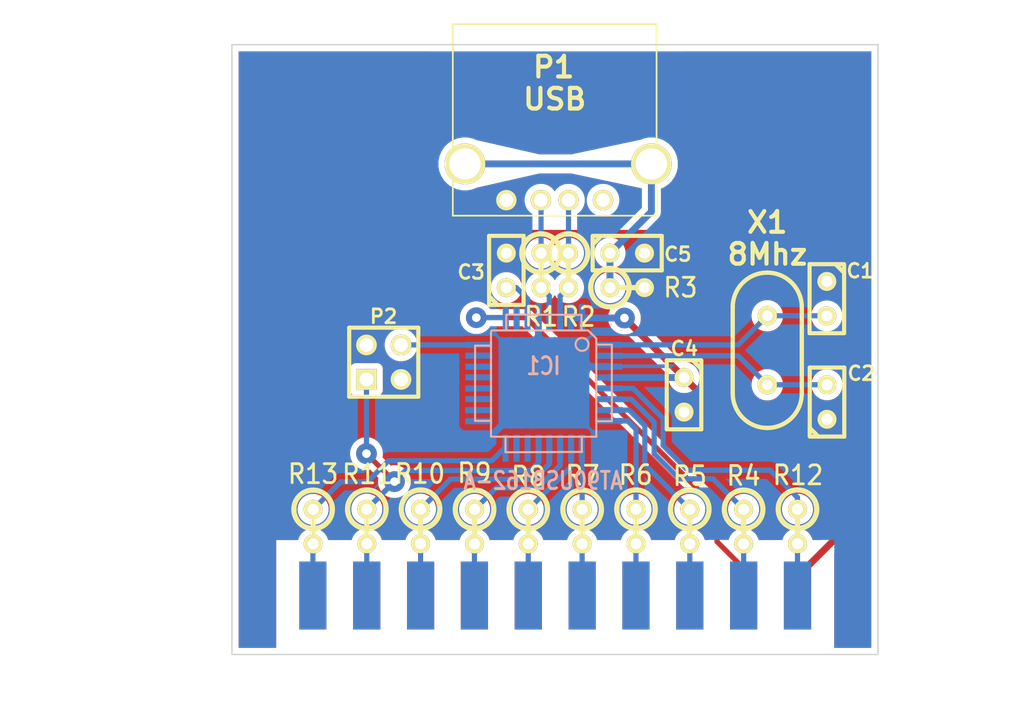
<source format=kicad_pcb>
(kicad_pcb (version 3) (host pcbnew "(2013-07-07 BZR 4022)-stable")

  (general
    (links 53)
    (no_connects 0)
    (area 169.165002 108.332599 244.854401 163.8376)
    (thickness 1.6)
    (drawings 50)
    (tracks 133)
    (zones 0)
    (modules 23)
    (nets 33)
  )

  (page A3)
  (title_block 
    (title "xlink usb adapter")
    (rev 2)
    (company "Henning Bekel")
  )

  (layers
    (15 F.Cu signal)
    (0 B.Cu signal)
    (16 B.Adhes user)
    (17 F.Adhes user)
    (18 B.Paste user)
    (19 F.Paste user)
    (20 B.SilkS user)
    (21 F.SilkS user)
    (22 B.Mask user)
    (23 F.Mask user)
    (24 Dwgs.User user)
    (25 Cmts.User user)
    (26 Eco1.User user)
    (27 Eco2.User user)
    (28 Edge.Cuts user)
  )

  (setup
    (last_trace_width 0.381)
    (trace_clearance 0.254)
    (zone_clearance 0.445)
    (zone_45_only no)
    (trace_min 0.254)
    (segment_width 0.2)
    (edge_width 0.1)
    (via_size 1.524)
    (via_drill 0.635)
    (via_min_size 0.889)
    (via_min_drill 0.508)
    (uvia_size 0.508)
    (uvia_drill 0.127)
    (uvias_allowed no)
    (uvia_min_size 0.508)
    (uvia_min_drill 0.127)
    (pcb_text_width 0.3)
    (pcb_text_size 1.5 1.5)
    (mod_edge_width 0.15)
    (mod_text_size 1 1)
    (mod_text_width 0.15)
    (pad_size 1.5 1.5)
    (pad_drill 0.8)
    (pad_to_mask_clearance 0)
    (aux_axis_origin 0 0)
    (visible_elements 7FFFFFFF)
    (pcbplotparams
      (layerselection 1)
      (usegerberextensions false)
      (excludeedgelayer false)
      (linewidth 0.150000)
      (plotframeref false)
      (viasonmask false)
      (mode 1)
      (useauxorigin false)
      (hpglpennumber 1)
      (hpglpenspeed 20)
      (hpglpendiameter 15)
      (hpglpenoverlay 2)
      (psnegative false)
      (psa4output false)
      (plotreference true)
      (plotvalue true)
      (plotothertext true)
      (plotinvisibletext false)
      (padsonsilk false)
      (subtractmaskfromsilk false)
      (outputformat 5)
      (mirror false)
      (drillshape 1)
      (scaleselection 1)
      (outputdirectory ""))
  )

  (net 0 "")
  (net 1 /ACK)
  (net 2 /ATRESET)
  (net 3 /D+)
  (net 4 /D-)
  (net 5 /D0)
  (net 6 /D1)
  (net 7 /D2)
  (net 8 /D3)
  (net 9 /D4)
  (net 10 /D5)
  (net 11 /D6)
  (net 12 /D7)
  (net 13 /P0)
  (net 14 /P1)
  (net 15 /P2)
  (net 16 /P3)
  (net 17 /P4)
  (net 18 /P5)
  (net 19 /P6)
  (net 20 /P7)
  (net 21 /PACK)
  (net 22 /PSTROBE)
  (net 23 /RESET)
  (net 24 /SHIELD)
  (net 25 /STROBE)
  (net 26 GND)
  (net 27 N-000001)
  (net 28 N-0000010)
  (net 29 N-0000011)
  (net 30 N-000007)
  (net 31 N-000008)
  (net 32 VCC)

  (net_class Default "Dies ist die voreingestellte Netzklasse."
    (clearance 0.254)
    (trace_width 0.381)
    (via_dia 1.524)
    (via_drill 0.635)
    (uvia_dia 0.508)
    (uvia_drill 0.127)
    (add_net "")
    (add_net /ACK)
    (add_net /ATRESET)
    (add_net /D+)
    (add_net /D-)
    (add_net /D0)
    (add_net /D1)
    (add_net /D2)
    (add_net /D3)
    (add_net /D4)
    (add_net /D5)
    (add_net /D6)
    (add_net /D7)
    (add_net /P0)
    (add_net /P1)
    (add_net /P2)
    (add_net /P3)
    (add_net /P4)
    (add_net /P5)
    (add_net /P6)
    (add_net /P7)
    (add_net /PACK)
    (add_net /PSTROBE)
    (add_net /RESET)
    (add_net /STROBE)
    (add_net N-000001)
    (add_net N-0000010)
    (add_net N-0000011)
    (add_net N-000007)
    (add_net N-000008)
  )

  (net_class Power ""
    (clearance 0.254)
    (trace_width 0.508)
    (via_dia 1.524)
    (via_drill 0.635)
    (uvia_dia 0.508)
    (uvia_drill 0.127)
    (add_net /SHIELD)
    (add_net GND)
    (add_net VCC)
  )

  (module USERPORT (layer F.Cu) (tedit 54E4840B) (tstamp 54211E35)
    (at 208.3816 154.8511)
    (path /5421168E)
    (fp_text reference J1 (at 4.9276 2.4765) (layer F.SilkS) hide
      (effects (font (size 1 1) (thickness 0.15)))
    )
    (fp_text value USERPORT (at 0 2.54) (layer F.SilkS) hide
      (effects (font (size 1 1) (thickness 0.15)))
    )
    (pad 1 connect rect (at 23.76 -2.69) (size 2 5)
      (layers F.Cu)
      (net 26 GND)
    )
    (pad 2 connect rect (at 19.8 -2.69) (size 2 5)
      (layers F.Cu)
      (net 32 VCC)
    )
    (pad 3 connect rect (at 15.84 -2.69) (size 2 5)
      (layers F.Cu)
      (net 23 /RESET)
    )
    (pad 4 connect rect (at 11.88 -2.69) (size 2 5)
      (layers F.Cu)
    )
    (pad 5 connect rect (at 7.92 -2.69) (size 2 5)
      (layers F.Cu)
    )
    (pad 6 connect rect (at 3.96 -2.69) (size 2 5)
      (layers F.Cu)
    )
    (pad 7 connect rect (at 0 -2.69) (size 2 5)
      (layers F.Cu)
    )
    (pad 8 connect rect (at -3.96 -2.69) (size 2 5)
      (layers F.Cu)
    )
    (pad 9 connect rect (at -7.92 -2.69) (size 2 5)
      (layers F.Cu)
    )
    (pad 10 connect rect (at -11.88 -2.69) (size 2 5)
      (layers F.Cu)
    )
    (pad 11 connect rect (at -15.84 -2.69) (size 2 5)
      (layers F.Cu)
    )
    (pad 12 connect rect (at -19.8 -2.69) (size 2 5)
      (layers F.Cu)
      (net 26 GND)
    )
    (pad A connect rect (at 23.76 -2.69) (size 2 5)
      (layers B.Cu)
      (net 26 GND)
    )
    (pad B connect rect (at 19.8 -2.69) (size 2 5)
      (layers B.Cu)
      (net 22 /PSTROBE)
    )
    (pad C connect rect (at 15.84 -2.69) (size 2 5)
      (layers B.Cu)
      (net 13 /P0)
    )
    (pad D connect rect (at 11.88 -2.69) (size 2 5)
      (layers B.Cu)
      (net 14 /P1)
    )
    (pad E connect rect (at 7.92 -2.69) (size 2 5)
      (layers B.Cu)
      (net 15 /P2)
    )
    (pad F connect rect (at 3.96 -2.69) (size 2 5)
      (layers B.Cu)
      (net 16 /P3)
    )
    (pad H connect rect (at 0 -2.69) (size 2 5)
      (layers B.Cu)
      (net 17 /P4)
    )
    (pad J connect rect (at -3.96 -2.69) (size 2 5)
      (layers B.Cu)
      (net 18 /P5)
    )
    (pad K connect rect (at -7.92 -2.69) (size 2 5)
      (layers B.Cu)
      (net 19 /P6)
    )
    (pad L connect rect (at -11.88 -2.69) (size 2 5)
      (layers B.Cu)
      (net 20 /P7)
    )
    (pad M connect rect (at -15.84 -2.69) (size 2 5)
      (layers B.Cu)
      (net 21 /PACK)
    )
    (pad N connect rect (at -19.8 -2.69) (size 2 5)
      (layers B.Cu)
      (net 26 GND)
    )
  )

  (module USB_A (layer F.Cu) (tedit 54E48168) (tstamp 54211E43)
    (at 210.3247 123.063 90)
    (path /54211803)
    (fp_text reference P1 (at 9.7917 -0.0762 180) (layer F.SilkS)
      (effects (font (size 1.524 1.524) (thickness 0.3048)))
    )
    (fp_text value USB (at 7.4295 0 180) (layer F.SilkS)
      (effects (font (size 1.524 1.524) (thickness 0.3048)))
    )
    (fp_line (start -1.143 -7.493) (end 12.954 -7.493) (layer F.SilkS) (width 0.127))
    (fp_line (start 12.954 7.493) (end -1.143 7.493) (layer F.SilkS) (width 0.127))
    (fp_line (start -1.143 -7.493) (end -1.143 7.493) (layer F.SilkS) (width 0.127))
    (fp_line (start 12.954 -7.493) (end 12.954 7.493) (layer F.SilkS) (width 0.127))
    (pad 4 thru_hole circle (at 0 -3.556 90) (size 1.50114 1.50114) (drill 1.00076)
      (layers *.Cu *.Mask F.SilkS)
      (net 26 GND)
    )
    (pad 3 thru_hole circle (at 0 -1.016 90) (size 1.50114 1.50114) (drill 1.00076)
      (layers *.Cu *.Mask F.SilkS)
      (net 3 /D+)
    )
    (pad 2 thru_hole circle (at 0 1.016 90) (size 1.50114 1.50114) (drill 1.00076)
      (layers *.Cu *.Mask F.SilkS)
      (net 4 /D-)
    )
    (pad 1 thru_hole circle (at 0 3.556 90) (size 1.50114 1.50114) (drill 1.00076)
      (layers *.Cu *.Mask F.SilkS)
    )
    (pad 5 thru_hole circle (at 2.667 -6.604 90) (size 2.99974 2.99974) (drill 2.30124)
      (layers *.Cu *.Mask F.SilkS)
      (net 24 /SHIELD)
    )
    (pad 6 thru_hole circle (at 2.667 7.112 90) (size 2.99974 2.99974) (drill 2.30124)
      (layers *.Cu *.Mask F.SilkS)
      (net 24 /SHIELD)
    )
    (model connectors/usb_a_through_hole.wrl
      (at (xyz 0 0 0))
      (scale (xyz 1 1 1))
      (rotate (xyz 0 0 0))
    )
  )

  (module TQFP32 (layer B.Cu) (tedit 54E482D9) (tstamp 54211E79)
    (at 209.4992 136.5377 180)
    (path /5421175B)
    (fp_text reference IC1 (at 0 1.27 180) (layer B.SilkS)
      (effects (font (size 1.27 1.016) (thickness 0.2032)) (justify mirror))
    )
    (fp_text value AT90USB162-A (at 0.0254 -7.1755 180) (layer B.SilkS)
      (effects (font (size 1.27 1.016) (thickness 0.2032)) (justify mirror))
    )
    (fp_line (start 5.0292 -2.7686) (end 3.8862 -2.7686) (layer B.SilkS) (width 0.1524))
    (fp_line (start 5.0292 2.7686) (end 3.9116 2.7686) (layer B.SilkS) (width 0.1524))
    (fp_line (start 5.0292 -2.7686) (end 5.0292 2.7686) (layer B.SilkS) (width 0.1524))
    (fp_line (start 2.794 -3.9624) (end 2.794 -5.0546) (layer B.SilkS) (width 0.1524))
    (fp_line (start -2.8194 -3.9878) (end -2.8194 -5.0546) (layer B.SilkS) (width 0.1524))
    (fp_line (start -2.8448 -5.0546) (end 2.794 -5.08) (layer B.SilkS) (width 0.1524))
    (fp_line (start -2.794 5.0292) (end 2.7178 5.0546) (layer B.SilkS) (width 0.1524))
    (fp_line (start -3.8862 3.2766) (end -3.8862 -3.9116) (layer B.SilkS) (width 0.1524))
    (fp_line (start 2.7432 5.0292) (end 2.7432 3.9878) (layer B.SilkS) (width 0.1524))
    (fp_line (start -3.2512 3.8862) (end 3.81 3.8862) (layer B.SilkS) (width 0.1524))
    (fp_line (start 3.8608 -3.937) (end 3.8608 3.7846) (layer B.SilkS) (width 0.1524))
    (fp_line (start -3.8862 -3.937) (end 3.7338 -3.937) (layer B.SilkS) (width 0.1524))
    (fp_line (start -5.0292 2.8448) (end -5.0292 -2.794) (layer B.SilkS) (width 0.1524))
    (fp_line (start -5.0292 -2.794) (end -3.8862 -2.794) (layer B.SilkS) (width 0.1524))
    (fp_line (start -3.87604 3.302) (end -3.29184 3.8862) (layer B.SilkS) (width 0.1524))
    (fp_line (start -5.02412 2.8448) (end -3.87604 2.8448) (layer B.SilkS) (width 0.1524))
    (fp_line (start -2.794 3.8862) (end -2.794 5.03428) (layer B.SilkS) (width 0.1524))
    (fp_circle (center -2.83972 2.86004) (end -2.43332 2.60604) (layer B.SilkS) (width 0.1524))
    (pad 8 smd rect (at -4.81584 -2.77622 180) (size 1.99898 0.44958)
      (layers B.Cu B.Paste B.Mask)
      (net 7 /D2)
    )
    (pad 7 smd rect (at -4.81584 -1.97612 180) (size 1.99898 0.44958)
      (layers B.Cu B.Paste B.Mask)
      (net 6 /D1)
    )
    (pad 6 smd rect (at -4.81584 -1.17602 180) (size 1.99898 0.44958)
      (layers B.Cu B.Paste B.Mask)
      (net 5 /D0)
    )
    (pad 5 smd rect (at -4.81584 -0.37592 180) (size 1.99898 0.44958)
      (layers B.Cu B.Paste B.Mask)
      (net 25 /STROBE)
    )
    (pad 4 smd rect (at -4.81584 0.42418 180) (size 1.99898 0.44958)
      (layers B.Cu B.Paste B.Mask)
      (net 32 VCC)
    )
    (pad 3 smd rect (at -4.81584 1.22428 180) (size 1.99898 0.44958)
      (layers B.Cu B.Paste B.Mask)
      (net 26 GND)
    )
    (pad 2 smd rect (at -4.81584 2.02438 180) (size 1.99898 0.44958)
      (layers B.Cu B.Paste B.Mask)
      (net 29 N-0000011)
    )
    (pad 1 smd rect (at -4.81584 2.82448 180) (size 1.99898 0.44958)
      (layers B.Cu B.Paste B.Mask)
      (net 27 N-000001)
    )
    (pad 24 smd rect (at 4.7498 2.8194 180) (size 1.99898 0.44958)
      (layers B.Cu B.Paste B.Mask)
      (net 2 /ATRESET)
    )
    (pad 17 smd rect (at 4.7498 -2.794 180) (size 1.99898 0.44958)
      (layers B.Cu B.Paste B.Mask)
    )
    (pad 18 smd rect (at 4.7498 -1.9812 180) (size 1.99898 0.44958)
      (layers B.Cu B.Paste B.Mask)
    )
    (pad 19 smd rect (at 4.7498 -1.1684 180) (size 1.99898 0.44958)
      (layers B.Cu B.Paste B.Mask)
    )
    (pad 20 smd rect (at 4.7498 -0.381 180) (size 1.99898 0.44958)
      (layers B.Cu B.Paste B.Mask)
    )
    (pad 21 smd rect (at 4.7498 0.4318 180) (size 1.99898 0.44958)
      (layers B.Cu B.Paste B.Mask)
    )
    (pad 22 smd rect (at 4.7498 1.2192 180) (size 1.99898 0.44958)
      (layers B.Cu B.Paste B.Mask)
    )
    (pad 23 smd rect (at 4.7498 2.032 180) (size 1.99898 0.44958)
      (layers B.Cu B.Paste B.Mask)
    )
    (pad 32 smd rect (at -2.82448 4.826 180) (size 0.44958 1.99898)
      (layers B.Cu B.Paste B.Mask)
      (net 32 VCC)
    )
    (pad 31 smd rect (at -2.02692 4.826 180) (size 0.44958 1.99898)
      (layers B.Cu B.Paste B.Mask)
      (net 32 VCC)
    )
    (pad 30 smd rect (at -1.22428 4.826 180) (size 0.44958 1.99898)
      (layers B.Cu B.Paste B.Mask)
      (net 30 N-000007)
    )
    (pad 29 smd rect (at -0.42672 4.826 180) (size 0.44958 1.99898)
      (layers B.Cu B.Paste B.Mask)
      (net 31 N-000008)
    )
    (pad 28 smd rect (at 0.37592 4.826 180) (size 0.44958 1.99898)
      (layers B.Cu B.Paste B.Mask)
      (net 26 GND)
    )
    (pad 27 smd rect (at 1.17348 4.826 180) (size 0.44958 1.99898)
      (layers B.Cu B.Paste B.Mask)
      (net 28 N-0000010)
    )
    (pad 26 smd rect (at 1.97612 4.826 180) (size 0.44958 1.99898)
      (layers B.Cu B.Paste B.Mask)
    )
    (pad 25 smd rect (at 2.77368 4.826 180) (size 0.44958 1.99898)
      (layers B.Cu B.Paste B.Mask)
      (net 23 /RESET)
    )
    (pad 9 smd rect (at -2.8194 -4.7752 180) (size 0.44958 1.99898)
      (layers B.Cu B.Paste B.Mask)
      (net 8 /D3)
    )
    (pad 10 smd rect (at -2.032 -4.7752 180) (size 0.44958 1.99898)
      (layers B.Cu B.Paste B.Mask)
      (net 9 /D4)
    )
    (pad 11 smd rect (at -1.2192 -4.7752 180) (size 0.44958 1.99898)
      (layers B.Cu B.Paste B.Mask)
      (net 10 /D5)
    )
    (pad 12 smd rect (at -0.4318 -4.7752 180) (size 0.44958 1.99898)
      (layers B.Cu B.Paste B.Mask)
      (net 11 /D6)
    )
    (pad 13 smd rect (at 0.3556 -4.7752 180) (size 0.44958 1.99898)
      (layers B.Cu B.Paste B.Mask)
      (net 12 /D7)
    )
    (pad 14 smd rect (at 1.1684 -4.7752 180) (size 0.44958 1.99898)
      (layers B.Cu B.Paste B.Mask)
    )
    (pad 15 smd rect (at 1.9812 -4.7752 180) (size 0.44958 1.99898)
      (layers B.Cu B.Paste B.Mask)
    )
    (pad 16 smd rect (at 2.794 -4.7752 180) (size 0.44958 1.99898)
      (layers B.Cu B.Paste B.Mask)
      (net 1 /ACK)
    )
    (model smd/tqfp32.wrl
      (at (xyz 0 0 0))
      (scale (xyz 1 1 1))
      (rotate (xyz 0 0 0))
    )
  )

  (module HC-49V (layer F.Cu) (tedit 54E48202) (tstamp 54211EAF)
    (at 225.9584 134.112 90)
    (descr "Quartz boitier HC-49 Vertical")
    (tags "QUARTZ DEV")
    (path /542118AA)
    (autoplace_cost180 10)
    (fp_text reference X1 (at 9.4107 0 180) (layer F.SilkS)
      (effects (font (size 1.524 1.524) (thickness 0.3048)))
    )
    (fp_text value 8Mhz (at 7.0612 0.0127 180) (layer F.SilkS)
      (effects (font (size 1.524 1.524) (thickness 0.3048)))
    )
    (fp_line (start -3.175 2.54) (end 3.175 2.54) (layer F.SilkS) (width 0.3175))
    (fp_line (start -3.175 -2.54) (end 3.175 -2.54) (layer F.SilkS) (width 0.3175))
    (fp_arc (start 3.175 0) (end 3.175 -2.54) (angle 90) (layer F.SilkS) (width 0.3175))
    (fp_arc (start 3.175 0) (end 5.715 0) (angle 90) (layer F.SilkS) (width 0.3175))
    (fp_arc (start -3.175 0) (end -5.715 0) (angle 90) (layer F.SilkS) (width 0.3175))
    (fp_arc (start -3.175 0) (end -3.175 2.54) (angle 90) (layer F.SilkS) (width 0.3175))
    (pad 1 thru_hole circle (at -2.54 0 90) (size 1.4224 1.4224) (drill 0.762)
      (layers *.Cu *.Mask F.SilkS)
      (net 29 N-0000011)
    )
    (pad 2 thru_hole circle (at 2.54 0 90) (size 1.4224 1.4224) (drill 0.762)
      (layers *.Cu *.Mask F.SilkS)
      (net 27 N-000001)
    )
    (model discret/xtal/crystal_hc18u_vertical.wrl
      (at (xyz 0 0 0))
      (scale (xyz 1 1 0.2))
      (rotate (xyz 0 0 0))
    )
  )

  (module C1 (layer F.Cu) (tedit 54E48299) (tstamp 54211EC8)
    (at 206.7687 128.2319 90)
    (descr "Condensateur e = 1 pas")
    (tags C)
    (path /54211860)
    (fp_text reference C3 (at -0.127 -2.5908 180) (layer F.SilkS)
      (effects (font (size 1.016 1.016) (thickness 0.2032)))
    )
    (fp_text value 1uF (at -1.7526 -2.8194 180) (layer F.SilkS) hide
      (effects (font (size 1.016 1.016) (thickness 0.2032)))
    )
    (fp_line (start -2.4892 -1.27) (end 2.54 -1.27) (layer F.SilkS) (width 0.3048))
    (fp_line (start 2.54 -1.27) (end 2.54 1.27) (layer F.SilkS) (width 0.3048))
    (fp_line (start 2.54 1.27) (end -2.54 1.27) (layer F.SilkS) (width 0.3048))
    (fp_line (start -2.54 1.27) (end -2.54 -1.27) (layer F.SilkS) (width 0.3048))
    (fp_line (start -2.54 -0.635) (end -1.905 -1.27) (layer F.SilkS) (width 0.3048))
    (pad 1 thru_hole circle (at -1.27 0 90) (size 1.397 1.397) (drill 0.8128)
      (layers *.Cu *.Mask F.SilkS)
      (net 28 N-0000010)
    )
    (pad 2 thru_hole circle (at 1.27 0 90) (size 1.397 1.397) (drill 0.8128)
      (layers *.Cu *.Mask F.SilkS)
      (net 26 GND)
    )
    (model discret/capa_1_pas.wrl
      (at (xyz 0 0 0))
      (scale (xyz 1 1 1))
      (rotate (xyz 0 0 0))
    )
  )

  (module C1 (layer F.Cu) (tedit 54E481E4) (tstamp 54211ED3)
    (at 230.3399 130.3147 270)
    (descr "Condensateur e = 1 pas")
    (tags C)
    (path /542118E5)
    (fp_text reference C1 (at -2.0447 -2.4511 360) (layer F.SilkS)
      (effects (font (size 1.016 1.016) (thickness 0.2032)))
    )
    (fp_text value 18pF (at -3.7211 0.0127 360) (layer F.SilkS) hide
      (effects (font (size 1.016 1.016) (thickness 0.2032)))
    )
    (fp_line (start -2.4892 -1.27) (end 2.54 -1.27) (layer F.SilkS) (width 0.3048))
    (fp_line (start 2.54 -1.27) (end 2.54 1.27) (layer F.SilkS) (width 0.3048))
    (fp_line (start 2.54 1.27) (end -2.54 1.27) (layer F.SilkS) (width 0.3048))
    (fp_line (start -2.54 1.27) (end -2.54 -1.27) (layer F.SilkS) (width 0.3048))
    (fp_line (start -2.54 -0.635) (end -1.905 -1.27) (layer F.SilkS) (width 0.3048))
    (pad 1 thru_hole circle (at -1.27 0 270) (size 1.397 1.397) (drill 0.8128)
      (layers *.Cu *.Mask F.SilkS)
      (net 26 GND)
    )
    (pad 2 thru_hole circle (at 1.27 0 270) (size 1.397 1.397) (drill 0.8128)
      (layers *.Cu *.Mask F.SilkS)
      (net 27 N-000001)
    )
    (model discret/capa_1_pas.wrl
      (at (xyz 0 0 0))
      (scale (xyz 1 1 1))
      (rotate (xyz 0 0 0))
    )
  )

  (module C1 (layer F.Cu) (tedit 54E481E9) (tstamp 54211EDE)
    (at 230.3526 137.922 90)
    (descr "Condensateur e = 1 pas")
    (tags C)
    (path /542118FE)
    (fp_text reference C2 (at 2.1082 2.5146 180) (layer F.SilkS)
      (effects (font (size 1.016 1.016) (thickness 0.2032)))
    )
    (fp_text value 18pF (at -3.6068 0.0254 180) (layer F.SilkS) hide
      (effects (font (size 1.016 1.016) (thickness 0.2032)))
    )
    (fp_line (start -2.4892 -1.27) (end 2.54 -1.27) (layer F.SilkS) (width 0.3048))
    (fp_line (start 2.54 -1.27) (end 2.54 1.27) (layer F.SilkS) (width 0.3048))
    (fp_line (start 2.54 1.27) (end -2.54 1.27) (layer F.SilkS) (width 0.3048))
    (fp_line (start -2.54 1.27) (end -2.54 -1.27) (layer F.SilkS) (width 0.3048))
    (fp_line (start -2.54 -0.635) (end -1.905 -1.27) (layer F.SilkS) (width 0.3048))
    (pad 1 thru_hole circle (at -1.27 0 90) (size 1.397 1.397) (drill 0.8128)
      (layers *.Cu *.Mask F.SilkS)
      (net 26 GND)
    )
    (pad 2 thru_hole circle (at 1.27 0 90) (size 1.397 1.397) (drill 0.8128)
      (layers *.Cu *.Mask F.SilkS)
      (net 29 N-0000011)
    )
    (model discret/capa_1_pas.wrl
      (at (xyz 0 0 0))
      (scale (xyz 1 1 1))
      (rotate (xyz 0 0 0))
    )
  )

  (module C1 (layer F.Cu) (tedit 54E481CD) (tstamp 54211EE9)
    (at 219.837 137.3886 270)
    (descr "Condensateur e = 1 pas")
    (tags C)
    (path /542119EC)
    (fp_text reference C4 (at -3.4036 -0.0254 360) (layer F.SilkS)
      (effects (font (size 1.016 1.016) (thickness 0.2032)))
    )
    (fp_text value 100nF (at 3.5052 -0.0254 360) (layer F.SilkS) hide
      (effects (font (size 1.016 1.016) (thickness 0.2032)))
    )
    (fp_line (start -2.4892 -1.27) (end 2.54 -1.27) (layer F.SilkS) (width 0.3048))
    (fp_line (start 2.54 -1.27) (end 2.54 1.27) (layer F.SilkS) (width 0.3048))
    (fp_line (start 2.54 1.27) (end -2.54 1.27) (layer F.SilkS) (width 0.3048))
    (fp_line (start -2.54 1.27) (end -2.54 -1.27) (layer F.SilkS) (width 0.3048))
    (fp_line (start -2.54 -0.635) (end -1.905 -1.27) (layer F.SilkS) (width 0.3048))
    (pad 1 thru_hole circle (at -1.27 0 270) (size 1.397 1.397) (drill 0.8128)
      (layers *.Cu *.Mask F.SilkS)
      (net 32 VCC)
    )
    (pad 2 thru_hole circle (at 1.27 0 270) (size 1.397 1.397) (drill 0.8128)
      (layers *.Cu *.Mask F.SilkS)
      (net 26 GND)
    )
    (model discret/capa_1_pas.wrl
      (at (xyz 0 0 0))
      (scale (xyz 1 1 1))
      (rotate (xyz 0 0 0))
    )
  )

  (module C1 (layer F.Cu) (tedit 54E483C9) (tstamp 54211EF4)
    (at 215.6587 126.9619)
    (descr "Condensateur e = 1 pas")
    (tags C)
    (path /54211A1C)
    (fp_text reference C5 (at 3.7211 0.0889) (layer F.SilkS)
      (effects (font (size 1.016 1.016) (thickness 0.2032)))
    )
    (fp_text value 4.7nF (at 4.7625 -1.2827) (layer F.SilkS) hide
      (effects (font (size 1.016 1.016) (thickness 0.2032)))
    )
    (fp_line (start -2.4892 -1.27) (end 2.54 -1.27) (layer F.SilkS) (width 0.3048))
    (fp_line (start 2.54 -1.27) (end 2.54 1.27) (layer F.SilkS) (width 0.3048))
    (fp_line (start 2.54 1.27) (end -2.54 1.27) (layer F.SilkS) (width 0.3048))
    (fp_line (start -2.54 1.27) (end -2.54 -1.27) (layer F.SilkS) (width 0.3048))
    (fp_line (start -2.54 -0.635) (end -1.905 -1.27) (layer F.SilkS) (width 0.3048))
    (pad 1 thru_hole circle (at -1.27 0) (size 1.397 1.397) (drill 0.8128)
      (layers *.Cu *.Mask F.SilkS)
      (net 24 /SHIELD)
    )
    (pad 2 thru_hole circle (at 1.27 0) (size 1.397 1.397) (drill 0.8128)
      (layers *.Cu *.Mask F.SilkS)
      (net 26 GND)
    )
    (model discret/capa_1_pas.wrl
      (at (xyz 0 0 0))
      (scale (xyz 1 1 1))
      (rotate (xyz 0 0 0))
    )
  )

  (module R1 (layer F.Cu) (tedit 54E482A1) (tstamp 54212017)
    (at 209.3214 128.2319 270)
    (descr "Resistance verticale")
    (tags R)
    (path /54211829)
    (autoplace_cost90 10)
    (autoplace_cost180 10)
    (fp_text reference R1 (at 3.4036 -0.0127 360) (layer F.SilkS)
      (effects (font (size 1.397 1.27) (thickness 0.2032)))
    )
    (fp_text value 22 (at -1.143 2.54 270) (layer F.SilkS) hide
      (effects (font (size 1.397 1.27) (thickness 0.2032)))
    )
    (fp_line (start -1.27 0) (end 1.27 0) (layer F.SilkS) (width 0.381))
    (fp_circle (center -1.27 0) (end -0.635 1.27) (layer F.SilkS) (width 0.381))
    (pad 1 thru_hole circle (at -1.27 0 270) (size 1.397 1.397) (drill 0.8128)
      (layers *.Cu *.Mask F.SilkS)
      (net 3 /D+)
    )
    (pad 2 thru_hole circle (at 1.27 0 270) (size 1.397 1.397) (drill 0.8128)
      (layers *.Cu *.Mask F.SilkS)
      (net 31 N-000008)
    )
    (model discret/verti_resistor.wrl
      (at (xyz 0 0 0))
      (scale (xyz 1 1 1))
      (rotate (xyz 0 0 0))
    )
  )

  (module R1 (layer F.Cu) (tedit 54E482A4) (tstamp 5421201F)
    (at 211.3407 128.2319 270)
    (descr "Resistance verticale")
    (tags R)
    (path /5421183B)
    (autoplace_cost90 10)
    (autoplace_cost180 10)
    (fp_text reference R2 (at 3.4163 -0.7366 360) (layer F.SilkS)
      (effects (font (size 1.397 1.27) (thickness 0.2032)))
    )
    (fp_text value 22 (at -1.143 2.54 270) (layer F.SilkS) hide
      (effects (font (size 1.397 1.27) (thickness 0.2032)))
    )
    (fp_line (start -1.27 0) (end 1.27 0) (layer F.SilkS) (width 0.381))
    (fp_circle (center -1.27 0) (end -0.635 1.27) (layer F.SilkS) (width 0.381))
    (pad 1 thru_hole circle (at -1.27 0 270) (size 1.397 1.397) (drill 0.8128)
      (layers *.Cu *.Mask F.SilkS)
      (net 4 /D-)
    )
    (pad 2 thru_hole circle (at 1.27 0 270) (size 1.397 1.397) (drill 0.8128)
      (layers *.Cu *.Mask F.SilkS)
      (net 30 N-000007)
    )
    (model discret/verti_resistor.wrl
      (at (xyz 0 0 0))
      (scale (xyz 1 1 1))
      (rotate (xyz 0 0 0))
    )
  )

  (module R1 (layer F.Cu) (tedit 54E48290) (tstamp 54212027)
    (at 215.6587 129.5019)
    (descr "Resistance verticale")
    (tags R)
    (path /54211A2B)
    (autoplace_cost90 10)
    (autoplace_cost180 10)
    (fp_text reference R3 (at 3.9116 0) (layer F.SilkS)
      (effects (font (size 1.397 1.27) (thickness 0.2032)))
    )
    (fp_text value 1M (at 6.5786 -0.1143) (layer F.SilkS) hide
      (effects (font (size 1.397 1.27) (thickness 0.2032)))
    )
    (fp_line (start -1.27 0) (end 1.27 0) (layer F.SilkS) (width 0.381))
    (fp_circle (center -1.27 0) (end -0.635 1.27) (layer F.SilkS) (width 0.381))
    (pad 1 thru_hole circle (at -1.27 0) (size 1.397 1.397) (drill 0.8128)
      (layers *.Cu *.Mask F.SilkS)
      (net 24 /SHIELD)
    )
    (pad 2 thru_hole circle (at 1.27 0) (size 1.397 1.397) (drill 0.8128)
      (layers *.Cu *.Mask F.SilkS)
      (net 26 GND)
    )
    (model discret/verti_resistor.wrl
      (at (xyz 0 0 0))
      (scale (xyz 1 1 1))
      (rotate (xyz 0 0 0))
    )
  )

  (module PIN_ARRAY_2X2 (layer F.Cu) (tedit 54E481D0) (tstamp 54C97535)
    (at 197.7517 134.9883)
    (descr "Double rangee de contacts 2 x 2 pins")
    (tags CONN)
    (path /54C8BCC3)
    (fp_text reference P2 (at -0.0127 -3.3655) (layer F.SilkS)
      (effects (font (size 1.016 1.016) (thickness 0.2032)))
    )
    (fp_text value RESET (at 0 3.048) (layer F.SilkS) hide
      (effects (font (size 1.016 1.016) (thickness 0.2032)))
    )
    (fp_line (start -2.54 -2.54) (end 2.54 -2.54) (layer F.SilkS) (width 0.3048))
    (fp_line (start 2.54 -2.54) (end 2.54 2.54) (layer F.SilkS) (width 0.3048))
    (fp_line (start 2.54 2.54) (end -2.54 2.54) (layer F.SilkS) (width 0.3048))
    (fp_line (start -2.54 2.54) (end -2.54 -2.54) (layer F.SilkS) (width 0.3048))
    (pad 1 thru_hole rect (at -1.27 1.27) (size 1.524 1.524) (drill 1.016)
      (layers *.Cu *.Mask F.SilkS)
      (net 12 /D7)
    )
    (pad 2 thru_hole circle (at -1.27 -1.27) (size 1.524 1.524) (drill 1.016)
      (layers *.Cu *.Mask F.SilkS)
      (net 26 GND)
    )
    (pad 3 thru_hole circle (at 1.27 1.27) (size 1.524 1.524) (drill 1.016)
      (layers *.Cu *.Mask F.SilkS)
      (net 26 GND)
    )
    (pad 4 thru_hole circle (at 1.27 -1.27) (size 1.524 1.524) (drill 1.016)
      (layers *.Cu *.Mask F.SilkS)
      (net 2 /ATRESET)
    )
    (model pin_array/pins_array_2x2.wrl
      (at (xyz 0 0 0))
      (scale (xyz 1 1 1))
      (rotate (xyz 0 0 0))
    )
  )

  (module R1 (layer F.Cu) (tedit 554078B6) (tstamp 5524E557)
    (at 224.2185 147.0914 270)
    (descr "Resistance verticale")
    (tags R)
    (path /5524E132)
    (autoplace_cost90 10)
    (autoplace_cost180 10)
    (fp_text reference R4 (at -3.7338 0 360) (layer F.SilkS)
      (effects (font (size 1.397 1.27) (thickness 0.2032)))
    )
    (fp_text value 1k8 (at -1.143 2.54 270) (layer F.SilkS) hide
      (effects (font (size 1.397 1.27) (thickness 0.2032)))
    )
    (fp_line (start -1.27 0) (end 1.27 0) (layer F.SilkS) (width 0.381))
    (fp_circle (center -1.27 0) (end -0.635 1.27) (layer F.SilkS) (width 0.381))
    (pad 1 thru_hole circle (at -1.27 0 270) (size 1.397 1.397) (drill 0.8128)
      (layers *.Cu *.Mask F.SilkS)
      (net 5 /D0)
    )
    (pad 2 thru_hole circle (at 1.27 0 270) (size 1.397 1.397) (drill 0.8128)
      (layers *.Cu *.Mask F.SilkS)
      (net 13 /P0)
    )
    (model discret/verti_resistor.wrl
      (at (xyz 0 0 0))
      (scale (xyz 1 1 1))
      (rotate (xyz 0 0 0))
    )
  )

  (module R1 (layer F.Cu) (tedit 554078C2) (tstamp 5524E55F)
    (at 220.2561 147.0914 270)
    (descr "Resistance verticale")
    (tags R)
    (path /5524E147)
    (autoplace_cost90 10)
    (autoplace_cost180 10)
    (fp_text reference R5 (at -3.7211 -0.0127 360) (layer F.SilkS)
      (effects (font (size 1.397 1.27) (thickness 0.2032)))
    )
    (fp_text value 1k8 (at -1.143 2.54 270) (layer F.SilkS) hide
      (effects (font (size 1.397 1.27) (thickness 0.2032)))
    )
    (fp_line (start -1.27 0) (end 1.27 0) (layer F.SilkS) (width 0.381))
    (fp_circle (center -1.27 0) (end -0.635 1.27) (layer F.SilkS) (width 0.381))
    (pad 1 thru_hole circle (at -1.27 0 270) (size 1.397 1.397) (drill 0.8128)
      (layers *.Cu *.Mask F.SilkS)
      (net 6 /D1)
    )
    (pad 2 thru_hole circle (at 1.27 0 270) (size 1.397 1.397) (drill 0.8128)
      (layers *.Cu *.Mask F.SilkS)
      (net 14 /P1)
    )
    (model discret/verti_resistor.wrl
      (at (xyz 0 0 0))
      (scale (xyz 1 1 1))
      (rotate (xyz 0 0 0))
    )
  )

  (module R1 (layer F.Cu) (tedit 554078CE) (tstamp 5524E567)
    (at 216.3064 147.0787 270)
    (descr "Resistance verticale")
    (tags R)
    (path /5524E154)
    (autoplace_cost90 10)
    (autoplace_cost180 10)
    (fp_text reference R6 (at -3.7846 0.0254 360) (layer F.SilkS)
      (effects (font (size 1.397 1.27) (thickness 0.2032)))
    )
    (fp_text value 1k8 (at -1.143 2.54 270) (layer F.SilkS) hide
      (effects (font (size 1.397 1.27) (thickness 0.2032)))
    )
    (fp_line (start -1.27 0) (end 1.27 0) (layer F.SilkS) (width 0.381))
    (fp_circle (center -1.27 0) (end -0.635 1.27) (layer F.SilkS) (width 0.381))
    (pad 1 thru_hole circle (at -1.27 0 270) (size 1.397 1.397) (drill 0.8128)
      (layers *.Cu *.Mask F.SilkS)
      (net 7 /D2)
    )
    (pad 2 thru_hole circle (at 1.27 0 270) (size 1.397 1.397) (drill 0.8128)
      (layers *.Cu *.Mask F.SilkS)
      (net 15 /P2)
    )
    (model discret/verti_resistor.wrl
      (at (xyz 0 0 0))
      (scale (xyz 1 1 1))
      (rotate (xyz 0 0 0))
    )
  )

  (module R1 (layer F.Cu) (tedit 554078D8) (tstamp 5524E56F)
    (at 212.344 147.0914 270)
    (descr "Resistance verticale")
    (tags R)
    (path /5524E15A)
    (autoplace_cost90 10)
    (autoplace_cost180 10)
    (fp_text reference R7 (at -3.7592 -0.0254 360) (layer F.SilkS)
      (effects (font (size 1.397 1.27) (thickness 0.2032)))
    )
    (fp_text value 1k8 (at -1.143 2.54 270) (layer F.SilkS) hide
      (effects (font (size 1.397 1.27) (thickness 0.2032)))
    )
    (fp_line (start -1.27 0) (end 1.27 0) (layer F.SilkS) (width 0.381))
    (fp_circle (center -1.27 0) (end -0.635 1.27) (layer F.SilkS) (width 0.381))
    (pad 1 thru_hole circle (at -1.27 0 270) (size 1.397 1.397) (drill 0.8128)
      (layers *.Cu *.Mask F.SilkS)
      (net 8 /D3)
    )
    (pad 2 thru_hole circle (at 1.27 0 270) (size 1.397 1.397) (drill 0.8128)
      (layers *.Cu *.Mask F.SilkS)
      (net 16 /P3)
    )
    (model discret/verti_resistor.wrl
      (at (xyz 0 0 0))
      (scale (xyz 1 1 1))
      (rotate (xyz 0 0 0))
    )
  )

  (module R1 (layer F.Cu) (tedit 554078E5) (tstamp 5524E577)
    (at 208.3816 147.0914 270)
    (descr "Resistance verticale")
    (tags R)
    (path /5524E174)
    (autoplace_cost90 10)
    (autoplace_cost180 10)
    (fp_text reference R8 (at -3.6957 0 360) (layer F.SilkS)
      (effects (font (size 1.397 1.27) (thickness 0.2032)))
    )
    (fp_text value 1k8 (at -1.143 2.54 270) (layer F.SilkS) hide
      (effects (font (size 1.397 1.27) (thickness 0.2032)))
    )
    (fp_line (start -1.27 0) (end 1.27 0) (layer F.SilkS) (width 0.381))
    (fp_circle (center -1.27 0) (end -0.635 1.27) (layer F.SilkS) (width 0.381))
    (pad 1 thru_hole circle (at -1.27 0 270) (size 1.397 1.397) (drill 0.8128)
      (layers *.Cu *.Mask F.SilkS)
      (net 9 /D4)
    )
    (pad 2 thru_hole circle (at 1.27 0 270) (size 1.397 1.397) (drill 0.8128)
      (layers *.Cu *.Mask F.SilkS)
      (net 17 /P4)
    )
    (model discret/verti_resistor.wrl
      (at (xyz 0 0 0))
      (scale (xyz 1 1 1))
      (rotate (xyz 0 0 0))
    )
  )

  (module R1 (layer F.Cu) (tedit 554078EB) (tstamp 5524E57F)
    (at 204.4319 147.0914 270)
    (descr "Resistance verticale")
    (tags R)
    (path /5524E17A)
    (autoplace_cost90 10)
    (autoplace_cost180 10)
    (fp_text reference R9 (at -3.937 0.0127 360) (layer F.SilkS)
      (effects (font (size 1.397 1.27) (thickness 0.2032)))
    )
    (fp_text value 1k8 (at -1.143 2.54 270) (layer F.SilkS) hide
      (effects (font (size 1.397 1.27) (thickness 0.2032)))
    )
    (fp_line (start -1.27 0) (end 1.27 0) (layer F.SilkS) (width 0.381))
    (fp_circle (center -1.27 0) (end -0.635 1.27) (layer F.SilkS) (width 0.381))
    (pad 1 thru_hole circle (at -1.27 0 270) (size 1.397 1.397) (drill 0.8128)
      (layers *.Cu *.Mask F.SilkS)
      (net 10 /D5)
    )
    (pad 2 thru_hole circle (at 1.27 0 270) (size 1.397 1.397) (drill 0.8128)
      (layers *.Cu *.Mask F.SilkS)
      (net 18 /P5)
    )
    (model discret/verti_resistor.wrl
      (at (xyz 0 0 0))
      (scale (xyz 1 1 1))
      (rotate (xyz 0 0 0))
    )
  )

  (module R1 (layer F.Cu) (tedit 554078F4) (tstamp 5524E587)
    (at 200.4568 147.0787 270)
    (descr "Resistance verticale")
    (tags R)
    (path /5524E180)
    (autoplace_cost90 10)
    (autoplace_cost180 10)
    (fp_text reference R10 (at -3.8735 0.0508 360) (layer F.SilkS)
      (effects (font (size 1.397 1.27) (thickness 0.2032)))
    )
    (fp_text value 1k8 (at -1.143 2.54 270) (layer F.SilkS) hide
      (effects (font (size 1.397 1.27) (thickness 0.2032)))
    )
    (fp_line (start -1.27 0) (end 1.27 0) (layer F.SilkS) (width 0.381))
    (fp_circle (center -1.27 0) (end -0.635 1.27) (layer F.SilkS) (width 0.381))
    (pad 1 thru_hole circle (at -1.27 0 270) (size 1.397 1.397) (drill 0.8128)
      (layers *.Cu *.Mask F.SilkS)
      (net 11 /D6)
    )
    (pad 2 thru_hole circle (at 1.27 0 270) (size 1.397 1.397) (drill 0.8128)
      (layers *.Cu *.Mask F.SilkS)
      (net 19 /P6)
    )
    (model discret/verti_resistor.wrl
      (at (xyz 0 0 0))
      (scale (xyz 1 1 1))
      (rotate (xyz 0 0 0))
    )
  )

  (module R1 (layer F.Cu) (tedit 554078FD) (tstamp 5524E58F)
    (at 196.5071 147.0787 270)
    (descr "Resistance verticale")
    (tags R)
    (path /5524E186)
    (autoplace_cost90 10)
    (autoplace_cost180 10)
    (fp_text reference R11 (at -3.8481 -0.0381 360) (layer F.SilkS)
      (effects (font (size 1.397 1.27) (thickness 0.2032)))
    )
    (fp_text value 1k8 (at -1.143 2.54 270) (layer F.SilkS) hide
      (effects (font (size 1.397 1.27) (thickness 0.2032)))
    )
    (fp_line (start -1.27 0) (end 1.27 0) (layer F.SilkS) (width 0.381))
    (fp_circle (center -1.27 0) (end -0.635 1.27) (layer F.SilkS) (width 0.381))
    (pad 1 thru_hole circle (at -1.27 0 270) (size 1.397 1.397) (drill 0.8128)
      (layers *.Cu *.Mask F.SilkS)
      (net 12 /D7)
    )
    (pad 2 thru_hole circle (at 1.27 0 270) (size 1.397 1.397) (drill 0.8128)
      (layers *.Cu *.Mask F.SilkS)
      (net 20 /P7)
    )
    (model discret/verti_resistor.wrl
      (at (xyz 0 0 0))
      (scale (xyz 1 1 1))
      (rotate (xyz 0 0 0))
    )
  )

  (module R1 (layer F.Cu) (tedit 554078AB) (tstamp 5524E597)
    (at 228.1809 147.0787 270)
    (descr "Resistance verticale")
    (tags R)
    (path /5524E18C)
    (autoplace_cost90 10)
    (autoplace_cost180 10)
    (fp_text reference R12 (at -3.7719 -0.0381 360) (layer F.SilkS)
      (effects (font (size 1.397 1.27) (thickness 0.2032)))
    )
    (fp_text value 820 (at -1.143 2.54 270) (layer F.SilkS) hide
      (effects (font (size 1.397 1.27) (thickness 0.2032)))
    )
    (fp_line (start -1.27 0) (end 1.27 0) (layer F.SilkS) (width 0.381))
    (fp_circle (center -1.27 0) (end -0.635 1.27) (layer F.SilkS) (width 0.381))
    (pad 1 thru_hole circle (at -1.27 0 270) (size 1.397 1.397) (drill 0.8128)
      (layers *.Cu *.Mask F.SilkS)
      (net 25 /STROBE)
    )
    (pad 2 thru_hole circle (at 1.27 0 270) (size 1.397 1.397) (drill 0.8128)
      (layers *.Cu *.Mask F.SilkS)
      (net 22 /PSTROBE)
    )
    (model discret/verti_resistor.wrl
      (at (xyz 0 0 0))
      (scale (xyz 1 1 1))
      (rotate (xyz 0 0 0))
    )
  )

  (module R1 (layer F.Cu) (tedit 55407904) (tstamp 5524E59F)
    (at 192.5574 147.0914 270)
    (descr "Resistance verticale")
    (tags R)
    (path /5524E192)
    (autoplace_cost90 10)
    (autoplace_cost180 10)
    (fp_text reference R13 (at -3.8735 0 360) (layer F.SilkS)
      (effects (font (size 1.397 1.27) (thickness 0.2032)))
    )
    (fp_text value 1k8 (at -1.143 2.54 270) (layer F.SilkS) hide
      (effects (font (size 1.397 1.27) (thickness 0.2032)))
    )
    (fp_line (start -1.27 0) (end 1.27 0) (layer F.SilkS) (width 0.381))
    (fp_circle (center -1.27 0) (end -0.635 1.27) (layer F.SilkS) (width 0.381))
    (pad 1 thru_hole circle (at -1.27 0 270) (size 1.397 1.397) (drill 0.8128)
      (layers *.Cu *.Mask F.SilkS)
      (net 1 /ACK)
    )
    (pad 2 thru_hole circle (at 1.27 0 270) (size 1.397 1.397) (drill 0.8128)
      (layers *.Cu *.Mask F.SilkS)
      (net 21 /PACK)
    )
    (model discret/verti_resistor.wrl
      (at (xyz 0 0 0))
      (scale (xyz 1 1 1))
      (rotate (xyz 0 0 0))
    )
  )

  (dimension 47.5107 (width 0.3) (layer Dwgs.User)
    (gr_text "47,511 mm" (at 210.34375 162.487599) (layer Dwgs.User)
      (effects (font (size 1.5 1.5) (thickness 0.3)))
    )
    (feature1 (pts (xy 234.0991 156.5021) (xy 234.0991 163.837599)))
    (feature2 (pts (xy 186.5884 156.5021) (xy 186.5884 163.837599)))
    (crossbar (pts (xy 186.5884 161.137599) (xy 234.0991 161.137599)))
    (arrow1a (pts (xy 234.0991 161.137599) (xy 232.972597 161.724019)))
    (arrow1b (pts (xy 234.0991 161.137599) (xy 232.972597 160.551179)))
    (arrow2a (pts (xy 186.5884 161.137599) (xy 187.714903 161.724019)))
    (arrow2b (pts (xy 186.5884 161.137599) (xy 187.714903 160.551179)))
  )
  (dimension 44.8818 (width 0.3) (layer Dwgs.User)
    (gr_text "44,882 mm" (at 175.815001 134.0612 270) (layer Dwgs.User)
      (effects (font (size 1.5 1.5) (thickness 0.3)))
    )
    (feature1 (pts (xy 186.5884 156.5021) (xy 174.465001 156.5021)))
    (feature2 (pts (xy 186.5884 111.6203) (xy 174.465001 111.6203)))
    (crossbar (pts (xy 177.165001 111.6203) (xy 177.165001 156.5021)))
    (arrow1a (pts (xy 177.165001 156.5021) (xy 176.578581 155.375597)))
    (arrow1b (pts (xy 177.165001 156.5021) (xy 177.751421 155.375597)))
    (arrow2a (pts (xy 177.165001 111.6203) (xy 176.578581 112.746803)))
    (arrow2b (pts (xy 177.165001 111.6203) (xy 177.751421 112.746803)))
  )
  (gr_line (start 234.0991 156.5021) (end 186.5884 156.5021) (angle 90) (layer Edge.Cuts) (width 0.1))
  (gr_line (start 234.0991 111.6203) (end 234.0991 156.5021) (angle 90) (layer Edge.Cuts) (width 0.1))
  (gr_line (start 186.5884 111.6203) (end 234.0991 111.6203) (angle 90) (layer Edge.Cuts) (width 0.1))
  (gr_line (start 186.5884 156.5021) (end 186.5884 111.6203) (angle 90) (layer Edge.Cuts) (width 0.1))
  (gr_line (start 210.3247 122.2502) (end 210.3247 117.7036) (angle 90) (layer Dwgs.User) (width 0.2))
  (gr_line (start 234.0991 150.2156) (end 234.0991 156.5148) (angle 90) (layer Dwgs.User) (width 0.2))
  (gr_line (start 186.5757 156.5021) (end 186.5884 156.5021) (angle 90) (layer Dwgs.User) (width 0.2))
  (gr_line (start 186.5757 117.2718) (end 186.5757 156.5021) (angle 90) (layer Dwgs.User) (width 0.2))
  (gr_line (start 230.886 156.5148) (end 230.886 148.0693) (angle 90) (layer Dwgs.User) (width 0.2))
  (gr_line (start 189.8396 148.0058) (end 189.8269 148.0058) (angle 90) (layer Dwgs.User) (width 0.2))
  (gr_line (start 189.8396 156.5021) (end 189.8396 148.0058) (angle 90) (layer Dwgs.User) (width 0.2))
  (gr_line (start 244.0305 156.5148) (end 244.0305 156.5275) (angle 90) (layer Dwgs.User) (width 0.2))
  (gr_line (start 186.6011 156.5148) (end 244.0305 156.5148) (angle 90) (layer Dwgs.User) (width 0.2))
  (gr_line (start 234.0991 111.6203) (end 234.1118 111.6203) (angle 90) (layer Dwgs.User) (width 0.2))
  (gr_line (start 234.0991 117.4496) (end 234.0991 111.6203) (angle 90) (layer Dwgs.User) (width 0.2))
  (gr_line (start 237.1471 111.633) (end 237.1471 111.5568) (angle 90) (layer Dwgs.User) (width 0.2))
  (gr_line (start 186.5503 111.633) (end 237.1471 111.633) (angle 90) (layer Dwgs.User) (width 0.2))
  (gr_line (start 186.5757 117.3607) (end 186.5757 109.6772) (angle 90) (layer Dwgs.User) (width 0.2))
  (gr_line (start 219.9894 108.4707) (end 219.8116 108.4707) (angle 90) (layer Dwgs.User) (width 0.2))
  (gr_line (start 219.9894 125.2347) (end 219.9894 108.4707) (angle 90) (layer Dwgs.User) (width 0.2))
  (gr_line (start 201.168 108.4326) (end 201.1934 108.4326) (angle 90) (layer Dwgs.User) (width 0.2))
  (gr_line (start 201.168 120.4468) (end 201.168 108.4326) (angle 90) (layer Dwgs.User) (width 0.2))
  (gr_line (start 222.1484 134.112) (end 189.9666 134.112) (angle 90) (layer Dwgs.User) (width 0.2))
  (gr_line (start 187.7695 128.2319) (end 187.7695 128.2065) (angle 90) (layer Dwgs.User) (width 0.2))
  (gr_line (start 224.0661 128.2319) (end 187.7695 128.2319) (angle 90) (layer Dwgs.User) (width 0.2))
  (gr_line (start 201.168 120.396) (end 201.168 125.6919) (angle 90) (layer Dwgs.User) (width 0.2))
  (gr_line (start 219.9894 125.857) (end 219.964 125.857) (angle 90) (layer Dwgs.User) (width 0.2))
  (gr_line (start 219.9894 120.3833) (end 219.9894 125.857) (angle 90) (layer Dwgs.User) (width 0.2))
  (gr_line (start 237.0455 148.0566) (end 237.0455 148.0693) (angle 90) (layer Dwgs.User) (width 0.2))
  (gr_line (start 184.9755 148.0566) (end 237.0455 148.0566) (angle 90) (layer Dwgs.User) (width 0.2))
  (gr_line (start 192.405 120.396) (end 227.8634 120.396) (angle 90) (layer Dwgs.User) (width 0.2))
  (gr_line (start 199.4281 125.2474) (end 220.5609 125.2474) (angle 90) (layer Dwgs.User) (width 0.2))
  (gr_line (start 201.1299 126.9492) (end 201.1045 126.9492) (angle 90) (layer Dwgs.User) (width 0.2))
  (gr_line (start 234.0991 150.241) (end 234.0991 116.9162) (angle 90) (layer Dwgs.User) (width 0.2))
  (gr_line (start 244.7544 121.6787) (end 244.7544 121.6914) (angle 90) (layer Dwgs.User) (width 0.2))
  (gr_line (start 210.2358 117.2591) (end 244.729 117.2591) (angle 90) (layer Dwgs.User) (width 0.2))
  (gr_line (start 210.2104 117.2591) (end 178.6382 117.2591) (angle 90) (layer Dwgs.User) (width 0.2))
  (gr_line (start 228.4349 137.922) (end 228.4349 121.4755) (angle 90) (layer Dwgs.User) (width 0.2))
  (gr_line (start 213.3727 134.112) (end 230.5812 134.112) (angle 90) (layer Dwgs.User) (width 0.2))
  (gr_line (start 205.0034 129.5019) (end 205.0034 129.4765) (angle 90) (layer Dwgs.User) (width 0.2))
  (gr_line (start 210.3247 129.5019) (end 205.0034 129.5019) (angle 90) (layer Dwgs.User) (width 0.2))
  (gr_line (start 210.3247 129.5019) (end 218.2495 129.5019) (angle 90) (layer Dwgs.User) (width 0.2))
  (gr_line (start 210.3247 126.9619) (end 201.0029 126.9619) (angle 90) (layer Dwgs.User) (width 0.2))
  (gr_line (start 219.2655 126.9619) (end 219.2655 126.9746) (angle 90) (layer Dwgs.User) (width 0.2))
  (gr_line (start 210.3247 126.9619) (end 219.2655 126.9619) (angle 90) (layer Dwgs.User) (width 0.2))
  (gr_line (start 210.3247 121.7168) (end 210.3374 121.7168) (angle 90) (layer Dwgs.User) (width 0.2))
  (gr_line (start 210.3247 124.3838) (end 210.3247 121.7168) (angle 90) (layer Dwgs.User) (width 0.2))
  (gr_line (start 210.3247 132.5753) (end 210.3247 124.3711) (angle 90) (layer Dwgs.User) (width 0.2))

  (segment (start 203.7461 142.24) (end 198.1073 142.24) (width 0.381) (layer B.Cu) (net 1))
  (segment (start 196.5579 143.7894) (end 194.5894 143.7894) (width 0.381) (layer B.Cu) (net 1) (tstamp 5534A621))
  (segment (start 198.1073 142.24) (end 196.5579 143.7894) (width 0.381) (layer B.Cu) (net 1) (tstamp 5534A616))
  (segment (start 206.7052 141.3129) (end 206.628996 141.3129) (width 0.381) (layer B.Cu) (net 1))
  (segment (start 205.701896 142.24) (end 203.7461 142.24) (width 0.381) (layer B.Cu) (net 1) (tstamp 5534A603))
  (segment (start 206.628996 141.3129) (end 205.701896 142.24) (width 0.381) (layer B.Cu) (net 1) (tstamp 5534A602))
  (segment (start 192.5574 145.8214) (end 194.5894 143.7894) (width 0.381) (layer B.Cu) (net 1))
  (segment (start 192.573774 145.805026) (end 192.5574 145.8214) (width 0.381) (layer B.Cu) (net 1) (tstamp 5524EC11))
  (segment (start 204.7494 133.7183) (end 199.0217 133.7183) (width 0.381) (layer B.Cu) (net 2))
  (segment (start 209.3214 126.9619) (end 209.3214 123.0757) (width 0.381) (layer B.Cu) (net 3))
  (segment (start 209.3214 123.0757) (end 209.3087 123.063) (width 0.381) (layer B.Cu) (net 3) (tstamp 542123CE))
  (segment (start 211.3407 126.9619) (end 211.3407 123.063) (width 0.381) (layer B.Cu) (net 4))
  (segment (start 217.6399 140.5636) (end 217.6399 141.7193) (width 0.381) (layer B.Cu) (net 5))
  (segment (start 221.9706 143.5735) (end 224.2185 145.8214) (width 0.381) (layer B.Cu) (net 5) (tstamp 5524F135))
  (segment (start 219.4941 143.5735) (end 221.9706 143.5735) (width 0.381) (layer B.Cu) (net 5) (tstamp 5524F133))
  (segment (start 217.6399 141.7193) (end 219.4941 143.5735) (width 0.381) (layer B.Cu) (net 5) (tstamp 5524F132))
  (segment (start 214.31504 137.71372) (end 215.95842 137.71372) (width 0.381) (layer B.Cu) (net 5))
  (segment (start 217.6399 139.3952) (end 217.6399 140.5636) (width 0.381) (layer B.Cu) (net 5) (tstamp 5524F11B))
  (segment (start 215.95842 137.71372) (end 217.6399 139.3952) (width 0.381) (layer B.Cu) (net 5) (tstamp 5524F119))
  (segment (start 214.31504 138.51382) (end 215.80602 138.51382) (width 0.381) (layer B.Cu) (net 6))
  (segment (start 216.9541 142.5194) (end 220.2561 145.8214) (width 0.381) (layer B.Cu) (net 6) (tstamp 5524F110))
  (segment (start 216.9541 139.6619) (end 216.9541 142.5194) (width 0.381) (layer B.Cu) (net 6) (tstamp 5524F10D))
  (segment (start 215.80602 138.51382) (end 216.9541 139.6619) (width 0.381) (layer B.Cu) (net 6) (tstamp 5524F109))
  (segment (start 220.2561 145.8214) (end 220.2561 145.7706) (width 0.381) (layer B.Cu) (net 6))
  (segment (start 214.31504 139.31392) (end 215.69172 139.31392) (width 0.381) (layer B.Cu) (net 7))
  (segment (start 216.3064 139.9286) (end 216.3064 145.8087) (width 0.381) (layer B.Cu) (net 7) (tstamp 5524F0DD))
  (segment (start 215.69172 139.31392) (end 216.3064 139.9286) (width 0.381) (layer B.Cu) (net 7) (tstamp 5524F0DC))
  (segment (start 212.344 145.8214) (end 212.344 141.3383) (width 0.381) (layer B.Cu) (net 8))
  (segment (start 212.344 141.3383) (end 212.3186 141.3129) (width 0.381) (layer B.Cu) (net 8) (tstamp 5524E821))
  (segment (start 212.3162 141.3153) (end 212.3186 141.3129) (width 0.381) (layer B.Cu) (net 8) (tstamp 5421226B))
  (segment (start 212.3289 141.3232) (end 212.3186 141.3129) (width 0.381) (layer B.Cu) (net 8) (tstamp 54212212))
  (segment (start 211.5312 141.3129) (end 211.5312 142.6718) (width 0.381) (layer B.Cu) (net 9))
  (segment (start 211.5312 142.6718) (end 208.3816 145.8214) (width 0.381) (layer B.Cu) (net 9) (tstamp 5524E824))
  (segment (start 210.358286 142.946686) (end 209.062886 144.242086) (width 0.381) (layer B.Cu) (net 10))
  (segment (start 206.011214 144.242086) (end 204.4319 145.8214) (width 0.381) (layer B.Cu) (net 10) (tstamp 5524E848))
  (segment (start 209.062886 144.242086) (end 206.011214 144.242086) (width 0.381) (layer B.Cu) (net 10) (tstamp 5524E847))
  (segment (start 210.7184 141.3129) (end 210.7184 142.586572) (width 0.381) (layer B.Cu) (net 10))
  (segment (start 210.7184 142.586572) (end 210.358286 142.946686) (width 0.381) (layer B.Cu) (net 10) (tstamp 5524E828))
  (segment (start 209.931 141.3129) (end 209.931 142.475944) (width 0.381) (layer B.Cu) (net 11))
  (segment (start 202.6666 143.5989) (end 200.4568 145.8087) (width 0.381) (layer B.Cu) (net 11) (tstamp 5524E860))
  (segment (start 208.808044 143.5989) (end 202.6666 143.5989) (width 0.381) (layer B.Cu) (net 11) (tstamp 5524E856))
  (segment (start 209.931 142.475944) (end 208.808044 143.5989) (width 0.381) (layer B.Cu) (net 11) (tstamp 5524E84C))
  (segment (start 196.4817 136.2583) (end 196.4817 141.7193) (width 0.381) (layer B.Cu) (net 12))
  (segment (start 198.5391 143.7767) (end 196.5071 145.8087) (width 0.381) (layer B.Cu) (net 12) (tstamp 5534A59D))
  (via (at 198.5391 143.7767) (size 1.524) (layers F.Cu B.Cu) (net 12))
  (segment (start 196.4817 141.7193) (end 198.5391 143.7767) (width 0.381) (layer F.Cu) (net 12) (tstamp 5534A596))
  (via (at 196.4817 141.7193) (size 1.524) (layers F.Cu B.Cu) (net 12))
  (segment (start 200.9013 142.963898) (end 199.351902 142.963898) (width 0.381) (layer B.Cu) (net 12))
  (segment (start 203.1238 142.963898) (end 200.9013 142.963898) (width 0.381) (layer B.Cu) (net 12))
  (segment (start 199.351902 142.963898) (end 196.5071 145.8087) (width 0.381) (layer B.Cu) (net 12) (tstamp 5524ED3D))
  (segment (start 209.1436 142.365316) (end 209.1436 141.3129) (width 0.381) (layer B.Cu) (net 12) (tstamp 5524E884))
  (segment (start 208.545018 142.963898) (end 209.1436 142.365316) (width 0.381) (layer B.Cu) (net 12) (tstamp 5524E880))
  (segment (start 203.1238 142.963898) (end 208.545018 142.963898) (width 0.381) (layer B.Cu) (net 12) (tstamp 5524ED3B))
  (segment (start 224.2216 152.1611) (end 224.2216 148.3645) (width 0.381) (layer B.Cu) (net 13))
  (segment (start 224.2216 148.3645) (end 224.2185 148.3614) (width 0.381) (layer B.Cu) (net 13) (tstamp 5524E7F5))
  (segment (start 220.2616 152.1611) (end 220.2616 148.3669) (width 0.381) (layer B.Cu) (net 14))
  (segment (start 220.2616 148.3669) (end 220.2561 148.3614) (width 0.381) (layer B.Cu) (net 14) (tstamp 5524E7F2))
  (segment (start 216.3016 152.1611) (end 216.3016 148.3535) (width 0.381) (layer B.Cu) (net 15))
  (segment (start 216.3016 148.3535) (end 216.3064 148.3487) (width 0.381) (layer B.Cu) (net 15) (tstamp 5524E7EF))
  (segment (start 212.3416 152.1611) (end 212.3416 148.3638) (width 0.381) (layer B.Cu) (net 16))
  (segment (start 212.3416 148.3638) (end 212.344 148.3614) (width 0.381) (layer B.Cu) (net 16) (tstamp 5524E7EC))
  (segment (start 208.3816 152.1611) (end 208.3816 148.3614) (width 0.381) (layer B.Cu) (net 17))
  (segment (start 204.4216 152.1611) (end 204.4216 148.3717) (width 0.381) (layer B.Cu) (net 18))
  (segment (start 204.4216 148.3717) (end 204.4319 148.3614) (width 0.381) (layer B.Cu) (net 18) (tstamp 5524E7E7))
  (segment (start 200.4616 152.1611) (end 200.4616 148.3535) (width 0.381) (layer B.Cu) (net 19))
  (segment (start 200.4616 148.3535) (end 200.4568 148.3487) (width 0.381) (layer B.Cu) (net 19) (tstamp 5524E7E4))
  (segment (start 196.5016 152.1611) (end 196.5016 148.3542) (width 0.381) (layer B.Cu) (net 20))
  (segment (start 196.5016 148.3542) (end 196.5071 148.3487) (width 0.381) (layer B.Cu) (net 20) (tstamp 5524E7E1))
  (segment (start 192.5416 152.1611) (end 192.5416 148.3772) (width 0.381) (layer B.Cu) (net 21))
  (segment (start 192.5416 148.3772) (end 192.5574 148.3614) (width 0.381) (layer B.Cu) (net 21) (tstamp 5524E7DE))
  (segment (start 228.1816 152.1611) (end 228.1816 148.3494) (width 0.381) (layer B.Cu) (net 22))
  (segment (start 228.1816 148.3494) (end 228.1809 148.3487) (width 0.381) (layer B.Cu) (net 22) (tstamp 5524E7F8))
  (segment (start 224.2216 152.1611) (end 224.2216 150.1552) (width 0.381) (layer F.Cu) (net 23))
  (segment (start 204.5589 131.7117) (end 206.72552 131.7117) (width 0.381) (layer B.Cu) (net 23) (tstamp 5524E909))
  (via (at 204.5589 131.7117) (size 1.524) (layers F.Cu B.Cu) (net 23))
  (segment (start 208.2292 131.7117) (end 204.5589 131.7117) (width 0.381) (layer F.Cu) (net 23) (tstamp 5524E8FF))
  (segment (start 222.2627 145.7452) (end 208.2292 131.7117) (width 0.381) (layer F.Cu) (net 23) (tstamp 5524E8F6))
  (segment (start 222.2627 148.1963) (end 222.2627 145.7452) (width 0.381) (layer F.Cu) (net 23) (tstamp 5524E8F1))
  (segment (start 224.2216 150.1552) (end 222.2627 148.1963) (width 0.381) (layer F.Cu) (net 23) (tstamp 5524E8E8))
  (segment (start 214.3887 126.9619) (end 214.3887 129.5019) (width 0.508) (layer B.Cu) (net 24))
  (segment (start 217.4367 120.396) (end 217.4367 123.9139) (width 0.508) (layer B.Cu) (net 24))
  (segment (start 217.4367 123.9139) (end 214.3887 126.9619) (width 0.508) (layer B.Cu) (net 24) (tstamp 542128D7))
  (segment (start 203.7207 120.396) (end 217.4367 120.396) (width 0.508) (layer B.Cu) (net 24))
  (segment (start 228.1809 145.8087) (end 228.1809 144.9451) (width 0.381) (layer B.Cu) (net 25))
  (segment (start 220.1164 142.938498) (end 219.281876 142.103974) (width 0.381) (layer B.Cu) (net 25) (tstamp 5534A277))
  (segment (start 226.174298 142.938498) (end 220.1164 142.938498) (width 0.381) (layer B.Cu) (net 25) (tstamp 5534A274))
  (segment (start 228.1809 144.9451) (end 226.174298 142.938498) (width 0.381) (layer B.Cu) (net 25) (tstamp 5534A273))
  (segment (start 219.281876 142.103974) (end 218.3003 141.122398) (width 0.381) (layer B.Cu) (net 25) (tstamp 5524F124))
  (segment (start 214.31504 136.91362) (end 216.08542 136.91362) (width 0.381) (layer B.Cu) (net 25) (tstamp 5524F12A))
  (segment (start 218.3003 139.1285) (end 216.08542 136.91362) (width 0.381) (layer B.Cu) (net 25) (tstamp 5524F127))
  (segment (start 218.3003 141.122398) (end 218.3003 139.1285) (width 0.381) (layer B.Cu) (net 25) (tstamp 5524F125))
  (segment (start 210.74888 135.31342) (end 205.7146 140.3477) (width 0.508) (layer B.Cu) (net 26) (tstamp 54214273))
  (segment (start 214.31504 135.31342) (end 210.74888 135.31342) (width 0.508) (layer B.Cu) (net 26))
  (segment (start 209.12328 131.7117) (end 209.12328 135.31342) (width 0.508) (layer B.Cu) (net 26))
  (segment (start 209.12328 135.31342) (end 209.1182 135.31342) (width 0.508) (layer B.Cu) (net 26) (tstamp 5421354C))
  (segment (start 208.32572 135.31342) (end 209.1182 135.31342) (width 0.508) (layer B.Cu) (net 26) (tstamp 54213548))
  (segment (start 209.1182 135.31342) (end 214.31504 135.31342) (width 0.508) (layer B.Cu) (net 26) (tstamp 54213550))
  (segment (start 225.9584 131.572) (end 230.3272 131.572) (width 0.381) (layer B.Cu) (net 27))
  (segment (start 230.3272 131.572) (end 230.3399 131.5847) (width 0.381) (layer B.Cu) (net 27) (tstamp 54C8B88A))
  (segment (start 220.3958 133.71322) (end 223.81718 133.71322) (width 0.381) (layer B.Cu) (net 27))
  (segment (start 223.81718 133.71322) (end 225.9584 131.572) (width 0.381) (layer B.Cu) (net 27) (tstamp 54C8B886))
  (segment (start 220.8276 133.71322) (end 223.56318 133.71322) (width 0.381) (layer B.Cu) (net 27))
  (segment (start 214.31504 133.71322) (end 220.3958 133.71322) (width 0.381) (layer B.Cu) (net 27))
  (segment (start 220.3958 133.71322) (end 220.8276 133.71322) (width 0.381) (layer B.Cu) (net 27) (tstamp 54C8B884))
  (segment (start 220.8276 133.71322) (end 221.93758 133.71322) (width 0.381) (layer B.Cu) (net 27) (tstamp 54C8B7FF))
  (segment (start 208.32572 131.7117) (end 208.32572 130.32232) (width 0.381) (layer B.Cu) (net 28))
  (segment (start 207.5053 129.5019) (end 206.7687 129.5019) (width 0.381) (layer B.Cu) (net 28) (tstamp 54212886))
  (segment (start 208.32572 130.32232) (end 207.5053 129.5019) (width 0.381) (layer B.Cu) (net 28) (tstamp 54212878))
  (segment (start 225.9584 136.652) (end 230.3526 136.652) (width 0.381) (layer B.Cu) (net 29))
  (segment (start 221.6404 134.51332) (end 223.81972 134.51332) (width 0.381) (layer B.Cu) (net 29))
  (segment (start 223.81972 134.51332) (end 225.9584 136.652) (width 0.381) (layer B.Cu) (net 29) (tstamp 54C8B88F))
  (segment (start 220.9038 134.51332) (end 221.6404 134.51332) (width 0.381) (layer B.Cu) (net 29))
  (segment (start 221.6404 134.51332) (end 223.56572 134.51332) (width 0.381) (layer B.Cu) (net 29) (tstamp 54C8B88D))
  (segment (start 214.31504 134.51332) (end 220.9038 134.51332) (width 0.381) (layer B.Cu) (net 29))
  (segment (start 220.9038 134.51332) (end 221.94012 134.51332) (width 0.381) (layer B.Cu) (net 29) (tstamp 54C8B807))
  (segment (start 210.72348 131.7117) (end 210.72348 130.11912) (width 0.381) (layer B.Cu) (net 30))
  (segment (start 210.72348 130.11912) (end 211.3407 129.5019) (width 0.381) (layer B.Cu) (net 30) (tstamp 542123C8))
  (segment (start 209.92592 131.7117) (end 209.92592 130.10642) (width 0.381) (layer B.Cu) (net 31))
  (segment (start 209.92592 130.10642) (end 209.3214 129.5019) (width 0.381) (layer B.Cu) (net 31) (tstamp 542123C3))
  (segment (start 230.9368 143.8656) (end 230.9368 142.4686) (width 0.508) (layer F.Cu) (net 32))
  (segment (start 228.8032 140.335) (end 224.0534 140.335) (width 0.508) (layer F.Cu) (net 32) (tstamp 5524EDBD))
  (segment (start 230.9368 142.4686) (end 228.8032 140.335) (width 0.508) (layer F.Cu) (net 32) (tstamp 5524EDBB))
  (segment (start 228.1816 152.1611) (end 228.1816 150.761) (width 0.508) (layer F.Cu) (net 32))
  (segment (start 224.0534 140.335) (end 219.837 136.1186) (width 0.508) (layer F.Cu) (net 32) (tstamp 5524EDC6))
  (segment (start 230.9368 148.0058) (end 230.9368 143.8656) (width 0.508) (layer F.Cu) (net 32) (tstamp 5524EA75))
  (segment (start 228.1816 150.761) (end 230.9368 148.0058) (width 0.508) (layer F.Cu) (net 32) (tstamp 5524EA66))
  (segment (start 219.837 136.1186) (end 215.4555 131.7371) (width 0.508) (layer F.Cu) (net 32))
  (via (at 215.4555 131.7371) (size 1.524) (layers F.Cu B.Cu) (net 32))
  (segment (start 212.34908 131.7371) (end 212.32368 131.7117) (width 0.508) (layer B.Cu) (net 32) (tstamp 5421358F))
  (segment (start 215.4555 131.7371) (end 212.34908 131.7371) (width 0.508) (layer B.Cu) (net 32))
  (segment (start 212.32368 131.7117) (end 211.52612 131.7117) (width 0.508) (layer B.Cu) (net 32))
  (segment (start 219.837 136.1186) (end 214.32012 136.1186) (width 0.508) (layer B.Cu) (net 32))
  (segment (start 214.32012 136.1186) (end 214.31504 136.11352) (width 0.508) (layer B.Cu) (net 32) (tstamp 54213564))

  (zone (net 0) (net_name "") (layer B.Cu) (tstamp 5524F00D) (hatch edge 0.508)
    (connect_pads yes (clearance 0.445))
    (min_thickness 0.0254)
    (keepout (tracks allowed) (vias allowed) (copperpour not_allowed))
    (fill (arc_segments 32) (thermal_gap 0.508) (thermal_bridge_width 0.508) (smoothing chamfer))
    (polygon
      (pts
        (xy 203.7207 118.4529) (xy 203.7207 122.3391) (xy 210.3247 120.8405) (xy 217.4367 122.3391) (xy 217.4367 118.4529)
        (xy 210.3247 119.9515)
      )
    )
  )
  (zone (net 26) (net_name GND) (layer F.Cu) (tstamp 5524F40F) (hatch edge 0.508)
    (connect_pads yes (clearance 0.445))
    (min_thickness 0.0254)
    (fill (arc_segments 32) (thermal_gap 0.508) (thermal_bridge_width 0.508) (smoothing chamfer))
    (polygon
      (pts
        (xy 234.0991 156.5021) (xy 230.886 156.5021) (xy 230.886 148.0693) (xy 189.8396 148.0693) (xy 189.8396 156.5021)
        (xy 186.5884 156.5021) (xy 186.5757 111.6203) (xy 201.168 111.6203) (xy 201.168 125.2474) (xy 219.9894 125.2474)
        (xy 219.9894 111.6203) (xy 234.0991 111.6203)
      )
    )
    (filled_polygon
      (pts
        (xy 233.5914 155.9944) (xy 230.8987 155.9944) (xy 230.8987 149.050396) (xy 231.440048 148.509048) (xy 231.481815 148.458199)
        (xy 231.524033 148.407887) (xy 231.525834 148.40461) (xy 231.528212 148.401716) (xy 231.559279 148.343774) (xy 231.590949 148.286168)
        (xy 231.592081 148.282597) (xy 231.593848 148.279303) (xy 231.613051 148.216492) (xy 231.632948 148.153771) (xy 231.633365 148.15005)
        (xy 231.634459 148.146473) (xy 231.641095 148.081133) (xy 231.648431 148.015737) (xy 231.648481 148.008413) (xy 231.648495 148.008284)
        (xy 231.648483 148.008163) (xy 231.6485 148.0058) (xy 231.6485 143.8656) (xy 231.6485 142.4686) (xy 231.642083 142.403156)
        (xy 231.636355 142.337682) (xy 231.635311 142.33409) (xy 231.634946 142.330363) (xy 231.615939 142.267411) (xy 231.597603 142.204297)
        (xy 231.59588 142.200973) (xy 231.594799 142.197392) (xy 231.563946 142.139366) (xy 231.533682 142.08098) (xy 231.531346 142.078054)
        (xy 231.52959 142.074751) (xy 231.508849 142.04932) (xy 231.508849 136.538629) (xy 231.496149 136.474489) (xy 231.496149 131.471329)
        (xy 231.452108 131.248905) (xy 231.365703 131.039271) (xy 231.240226 130.850412) (xy 231.080455 130.689522) (xy 230.892477 130.56273)
        (xy 230.683452 130.474863) (xy 230.461341 130.42927) (xy 230.234604 130.427687) (xy 230.011877 130.470175) (xy 229.801645 130.555114)
        (xy 229.611915 130.67927) (xy 229.449914 130.837913) (xy 229.321812 131.025001) (xy 229.232489 131.233408) (xy 229.185346 131.455196)
        (xy 229.182181 131.681916) (xy 229.223112 131.904934) (xy 229.306581 132.115754) (xy 229.42941 132.306346) (xy 229.586918 132.469451)
        (xy 229.773108 132.598856) (xy 229.980886 132.689632) (xy 230.202339 132.738321) (xy 230.429032 132.74307) (xy 230.652329 132.703696)
        (xy 230.863727 132.621701) (xy 231.055172 132.500206) (xy 231.219372 132.34384) (xy 231.350074 132.158559) (xy 231.442298 131.951419)
        (xy 231.492533 131.730311) (xy 231.496149 131.471329) (xy 231.496149 136.474489) (xy 231.464808 136.316205) (xy 231.378403 136.106571)
        (xy 231.252926 135.917712) (xy 231.093155 135.756822) (xy 230.905177 135.63003) (xy 230.696152 135.542163) (xy 230.474041 135.49657)
        (xy 230.247304 135.494987) (xy 230.024577 135.537475) (xy 229.814345 135.622414) (xy 229.624615 135.74657) (xy 229.462614 135.905213)
        (xy 229.334512 136.092301) (xy 229.245189 136.300708) (xy 229.198046 136.522496) (xy 229.194881 136.749216) (xy 229.235812 136.972234)
        (xy 229.319281 137.183054) (xy 229.44211 137.373646) (xy 229.599618 137.536751) (xy 229.785808 137.666156) (xy 229.993586 137.756932)
        (xy 230.215039 137.805621) (xy 230.441732 137.81037) (xy 230.665029 137.770996) (xy 230.876427 137.689001) (xy 231.067872 137.567506)
        (xy 231.232072 137.41114) (xy 231.362774 137.225859) (xy 231.454998 137.018719) (xy 231.505233 136.797611) (xy 231.508849 136.538629)
        (xy 231.508849 142.04932) (xy 231.48809 142.023867) (xy 231.447026 141.972427) (xy 231.441882 141.967212) (xy 231.441801 141.967112)
        (xy 231.441707 141.967035) (xy 231.440048 141.965352) (xy 229.306448 139.831752) (xy 229.255621 139.790002) (xy 229.205287 139.747767)
        (xy 229.202008 139.745964) (xy 229.199115 139.743588) (xy 229.14116 139.712513) (xy 229.083568 139.680851) (xy 229.080001 139.679719)
        (xy 229.076703 139.677951) (xy 229.013846 139.658734) (xy 228.951171 139.638852) (xy 228.94745 139.638434) (xy 228.943873 139.637341)
        (xy 228.878533 139.630704) (xy 228.813137 139.623369) (xy 228.805813 139.623318) (xy 228.805684 139.623305) (xy 228.805563 139.623316)
        (xy 228.8032 139.6233) (xy 227.127349 139.6233) (xy 227.127349 136.537384) (xy 227.127349 131.457384) (xy 227.082824 131.232516)
        (xy 226.995471 131.02058) (xy 226.868615 130.829647) (xy 226.70709 130.66699) (xy 226.517047 130.538804) (xy 226.305725 130.449973)
        (xy 226.081174 130.403879) (xy 225.851947 130.402279) (xy 225.626774 130.445233) (xy 225.414233 130.531105) (xy 225.222419 130.656625)
        (xy 225.058639 130.817011) (xy 224.92913 131.006154) (xy 224.838825 131.21685) (xy 224.791165 131.441074) (xy 224.787964 131.670284)
        (xy 224.829345 131.895751) (xy 224.913732 132.108887) (xy 225.037909 132.301572) (xy 225.197148 132.466469) (xy 225.385382 132.597295)
        (xy 225.595443 132.689068) (xy 225.819328 132.738293) (xy 226.048511 132.743093) (xy 226.274261 132.703287) (xy 226.48798 132.620391)
        (xy 226.681528 132.497562) (xy 226.847532 132.339478) (xy 226.97967 132.152162) (xy 227.072907 131.942747) (xy 227.123693 131.719211)
        (xy 227.127349 131.457384) (xy 227.127349 136.537384) (xy 227.082824 136.312516) (xy 226.995471 136.10058) (xy 226.868615 135.909647)
        (xy 226.70709 135.74699) (xy 226.517047 135.618804) (xy 226.305725 135.529973) (xy 226.081174 135.483879) (xy 225.851947 135.482279)
        (xy 225.626774 135.525233) (xy 225.414233 135.611105) (xy 225.222419 135.736625) (xy 225.058639 135.897011) (xy 224.92913 136.086154)
        (xy 224.838825 136.29685) (xy 224.791165 136.521074) (xy 224.787964 136.750284) (xy 224.829345 136.975751) (xy 224.913732 137.188887)
        (xy 225.037909 137.381572) (xy 225.197148 137.546469) (xy 225.385382 137.677295) (xy 225.595443 137.769068) (xy 225.819328 137.818293)
        (xy 226.048511 137.823093) (xy 226.274261 137.783287) (xy 226.48798 137.700391) (xy 226.681528 137.577562) (xy 226.847532 137.419478)
        (xy 226.97967 137.232162) (xy 227.072907 137.022747) (xy 227.123693 136.799211) (xy 227.127349 136.537384) (xy 227.127349 139.6233)
        (xy 224.348196 139.6233) (xy 220.989535 136.264639) (xy 220.989633 136.264211) (xy 220.993249 136.005229) (xy 220.949208 135.782805)
        (xy 220.862803 135.573171) (xy 220.737326 135.384312) (xy 220.577555 135.223422) (xy 220.389577 135.09663) (xy 220.180552 135.008763)
        (xy 219.958441 134.96317) (xy 219.731704 134.961587) (xy 219.693726 134.968831) (xy 216.661101 131.936205) (xy 216.671438 131.890709)
        (xy 216.675253 131.617502) (xy 216.628793 131.382862) (xy 216.537642 131.161715) (xy 216.405274 130.962484) (xy 216.236728 130.792757)
        (xy 216.038426 130.659001) (xy 215.81792 130.566309) (xy 215.58361 130.518212) (xy 215.544949 130.517942) (xy 215.544949 129.388529)
        (xy 215.544949 126.848529) (xy 215.500908 126.626105) (xy 215.414503 126.416471) (xy 215.289026 126.227612) (xy 215.129255 126.066722)
        (xy 214.941277 125.93993) (xy 214.732252 125.852063) (xy 214.510141 125.80647) (xy 214.283404 125.804887) (xy 214.060677 125.847375)
        (xy 213.850445 125.932314) (xy 213.660715 126.05647) (xy 213.498714 126.215113) (xy 213.370612 126.402201) (xy 213.281289 126.610608)
        (xy 213.234146 126.832396) (xy 213.230981 127.059116) (xy 213.271912 127.282134) (xy 213.355381 127.492954) (xy 213.47821 127.683546)
        (xy 213.635718 127.846651) (xy 213.821908 127.976056) (xy 214.029686 128.066832) (xy 214.251139 128.115521) (xy 214.477832 128.12027)
        (xy 214.701129 128.080896) (xy 214.912527 127.998901) (xy 215.103972 127.877406) (xy 215.268172 127.72104) (xy 215.398874 127.535759)
        (xy 215.491098 127.328619) (xy 215.541333 127.107511) (xy 215.544949 126.848529) (xy 215.544949 129.388529) (xy 215.500908 129.166105)
        (xy 215.414503 128.956471) (xy 215.289026 128.767612) (xy 215.129255 128.606722) (xy 214.941277 128.47993) (xy 214.732252 128.392063)
        (xy 214.510141 128.34647) (xy 214.283404 128.344887) (xy 214.060677 128.387375) (xy 213.850445 128.472314) (xy 213.660715 128.59647)
        (xy 213.498714 128.755113) (xy 213.370612 128.942201) (xy 213.281289 129.150608) (xy 213.234146 129.372396) (xy 213.230981 129.599116)
        (xy 213.271912 129.822134) (xy 213.355381 130.032954) (xy 213.47821 130.223546) (xy 213.635718 130.386651) (xy 213.821908 130.516056)
        (xy 214.029686 130.606832) (xy 214.251139 130.655521) (xy 214.477832 130.66027) (xy 214.701129 130.620896) (xy 214.912527 130.538901)
        (xy 215.103972 130.417406) (xy 215.268172 130.26104) (xy 215.398874 130.075759) (xy 215.491098 129.868619) (xy 215.541333 129.647511)
        (xy 215.544949 129.388529) (xy 215.544949 130.517942) (xy 215.344421 130.516542) (xy 215.109462 130.561363) (xy 214.887683 130.650967)
        (xy 214.687533 130.781942) (xy 214.516634 130.949298) (xy 214.381497 131.146662) (xy 214.287268 131.366515) (xy 214.237536 131.600483)
        (xy 214.234196 131.839656) (xy 214.277376 132.074922) (xy 214.36543 132.29732) (xy 214.495004 132.49838) (xy 214.661163 132.670443)
        (xy 214.857578 132.806955) (xy 215.076768 132.902717) (xy 215.310384 132.954081) (xy 215.549527 132.95909) (xy 215.652786 132.940882)
        (xy 218.685698 135.973793) (xy 218.682446 135.989096) (xy 218.679281 136.215816) (xy 218.720212 136.438834) (xy 218.803681 136.649654)
        (xy 218.92651 136.840246) (xy 219.084018 137.003351) (xy 219.270208 137.132756) (xy 219.477986 137.223532) (xy 219.699439 137.272221)
        (xy 219.926132 137.27697) (xy 219.979469 137.267565) (xy 223.550152 140.838248) (xy 223.600978 140.879997) (xy 223.651313 140.922233)
        (xy 223.654591 140.924035) (xy 223.657485 140.926412) (xy 223.715439 140.957486) (xy 223.773032 140.989149) (xy 223.776598 140.99028)
        (xy 223.779897 140.992049) (xy 223.842753 141.011265) (xy 223.905429 141.031148) (xy 223.909149 141.031565) (xy 223.912727 141.032659)
        (xy 223.978066 141.039295) (xy 224.043463 141.046631) (xy 224.050786 141.046681) (xy 224.050916 141.046695) (xy 224.051036 141.046683)
        (xy 224.0534 141.0467) (xy 228.508404 141.0467) (xy 230.2251 142.763396) (xy 230.2251 143.8656) (xy 230.2251 147.711004)
        (xy 229.879504 148.0566) (xy 229.337149 148.0566) (xy 229.337149 145.695329) (xy 229.293108 145.472905) (xy 229.206703 145.263271)
        (xy 229.081226 145.074412) (xy 228.921455 144.913522) (xy 228.733477 144.78673) (xy 228.524452 144.698863) (xy 228.302341 144.65327)
        (xy 228.075604 144.651687) (xy 227.852877 144.694175) (xy 227.642645 144.779114) (xy 227.452915 144.90327) (xy 227.290914 145.061913)
        (xy 227.162812 145.249001) (xy 227.073489 145.457408) (xy 227.026346 145.679196) (xy 227.023181 145.905916) (xy 227.064112 146.128934)
        (xy 227.147581 146.339754) (xy 227.27041 146.530346) (xy 227.427918 146.693451) (xy 227.614108 146.822856) (xy 227.821886 146.913632)
        (xy 228.043339 146.962321) (xy 228.270032 146.96707) (xy 228.493329 146.927696) (xy 228.704727 146.845701) (xy 228.896172 146.724206)
        (xy 229.060372 146.56784) (xy 229.191074 146.382559) (xy 229.283298 146.175419) (xy 229.333533 145.954311) (xy 229.337149 145.695329)
        (xy 229.337149 148.0566) (xy 229.301759 148.0566) (xy 229.293108 148.012905) (xy 229.206703 147.803271) (xy 229.081226 147.614412)
        (xy 228.921455 147.453522) (xy 228.733477 147.32673) (xy 228.524452 147.238863) (xy 228.302341 147.19327) (xy 228.075604 147.191687)
        (xy 227.852877 147.234175) (xy 227.642645 147.319114) (xy 227.452915 147.44327) (xy 227.290914 147.601913) (xy 227.162812 147.789001)
        (xy 227.073489 147.997408) (xy 227.060907 148.0566) (xy 225.374749 148.0566) (xy 225.374749 145.708029) (xy 225.330708 145.485605)
        (xy 225.244303 145.275971) (xy 225.118826 145.087112) (xy 224.959055 144.926222) (xy 224.771077 144.79943) (xy 224.562052 144.711563)
        (xy 224.339941 144.66597) (xy 224.113204 144.664387) (xy 223.890477 144.706875) (xy 223.680245 144.791814) (xy 223.490515 144.91597)
        (xy 223.328514 145.074613) (xy 223.200412 145.261701) (xy 223.111089 145.470108) (xy 223.063946 145.691896) (xy 223.060781 145.918616)
        (xy 223.101712 146.141634) (xy 223.185181 146.352454) (xy 223.30801 146.543046) (xy 223.465518 146.706151) (xy 223.651708 146.835556)
        (xy 223.859486 146.926332) (xy 224.080939 146.975021) (xy 224.307632 146.97977) (xy 224.530929 146.940396) (xy 224.742327 146.858401)
        (xy 224.933772 146.736906) (xy 225.097972 146.58054) (xy 225.228674 146.395259) (xy 225.320898 146.188119) (xy 225.371133 145.967011)
        (xy 225.374749 145.708029) (xy 225.374749 148.0566) (xy 225.336845 148.0566) (xy 225.330708 148.025605) (xy 225.244303 147.815971)
        (xy 225.118826 147.627112) (xy 224.959055 147.466222) (xy 224.771077 147.33943) (xy 224.562052 147.251563) (xy 224.339941 147.20597)
        (xy 224.113204 147.204387) (xy 223.890477 147.246875) (xy 223.680245 147.331814) (xy 223.490515 147.45597) (xy 223.328514 147.614613)
        (xy 223.200412 147.801701) (xy 223.111089 148.010108) (xy 223.101206 148.0566) (xy 223.039693 148.0566) (xy 222.9109 147.927806)
        (xy 222.9109 145.7452) (xy 222.905057 145.685611) (xy 222.899839 145.625963) (xy 222.898887 145.622687) (xy 222.898555 145.619297)
        (xy 222.881257 145.562003) (xy 222.864545 145.504479) (xy 222.862975 145.501451) (xy 222.861991 145.49819) (xy 222.833876 145.445314)
        (xy 222.806326 145.392165) (xy 222.804201 145.389503) (xy 222.8026 145.386492) (xy 222.76474 145.340071) (xy 222.727401 145.293297)
        (xy 222.722722 145.288552) (xy 222.722644 145.288456) (xy 222.722555 145.288382) (xy 222.721047 145.286853) (xy 212.496949 135.062755)
        (xy 212.496949 129.388529) (xy 212.496949 126.848529) (xy 212.452908 126.626105) (xy 212.366503 126.416471) (xy 212.241026 126.227612)
        (xy 212.081255 126.066722) (xy 211.893277 125.93993) (xy 211.684252 125.852063) (xy 211.462141 125.80647) (xy 211.235404 125.804887)
        (xy 211.012677 125.847375) (xy 210.802445 125.932314) (xy 210.612715 126.05647) (xy 210.450714 126.215113) (xy 210.33028 126.391)
        (xy 210.221726 126.227612) (xy 210.061955 126.066722) (xy 209.873977 125.93993) (xy 209.664952 125.852063) (xy 209.442841 125.80647)
        (xy 209.216104 125.804887) (xy 208.993377 125.847375) (xy 208.783145 125.932314) (xy 208.593415 126.05647) (xy 208.431414 126.215113)
        (xy 208.303312 126.402201) (xy 208.213989 126.610608) (xy 208.166846 126.832396) (xy 208.163681 127.059116) (xy 208.204612 127.282134)
        (xy 208.288081 127.492954) (xy 208.41091 127.683546) (xy 208.568418 127.846651) (xy 208.754608 127.976056) (xy 208.962386 128.066832)
        (xy 209.183839 128.115521) (xy 209.410532 128.12027) (xy 209.633829 128.080896) (xy 209.845227 127.998901) (xy 210.036672 127.877406)
        (xy 210.200872 127.72104) (xy 210.331574 127.535759) (xy 210.33296 127.532645) (xy 210.43021 127.683546) (xy 210.587718 127.846651)
        (xy 210.773908 127.976056) (xy 210.981686 128.066832) (xy 211.203139 128.115521) (xy 211.429832 128.12027) (xy 211.653129 128.080896)
        (xy 211.864527 127.998901) (xy 212.055972 127.877406) (xy 212.220172 127.72104) (xy 212.350874 127.535759) (xy 212.443098 127.328619)
        (xy 212.493333 127.107511) (xy 212.496949 126.848529) (xy 212.496949 129.388529) (xy 212.452908 129.166105) (xy 212.366503 128.956471)
        (xy 212.241026 128.767612) (xy 212.081255 128.606722) (xy 211.893277 128.47993) (xy 211.684252 128.392063) (xy 211.462141 128.34647)
        (xy 211.235404 128.344887) (xy 211.012677 128.387375) (xy 210.802445 128.472314) (xy 210.612715 128.59647) (xy 210.450714 128.755113)
        (xy 210.33028 128.931) (xy 210.221726 128.767612) (xy 210.061955 128.606722) (xy 209.873977 128.47993) (xy 209.664952 128.392063)
        (xy 209.442841 128.34647) (xy 209.216104 128.344887) (xy 208.993377 128.387375) (xy 208.783145 128.472314) (xy 208.593415 128.59647)
        (xy 208.431414 128.755113) (xy 208.303312 128.942201) (xy 208.213989 129.150608) (xy 208.166846 129.372396) (xy 208.163681 129.599116)
        (xy 208.204612 129.822134) (xy 208.288081 130.032954) (xy 208.41091 130.223546) (xy 208.568418 130.386651) (xy 208.754608 130.516056)
        (xy 208.962386 130.606832) (xy 209.183839 130.655521) (xy 209.410532 130.66027) (xy 209.633829 130.620896) (xy 209.845227 130.538901)
        (xy 210.036672 130.417406) (xy 210.200872 130.26104) (xy 210.331574 130.075759) (xy 210.33296 130.072645) (xy 210.43021 130.223546)
        (xy 210.587718 130.386651) (xy 210.773908 130.516056) (xy 210.981686 130.606832) (xy 211.203139 130.655521) (xy 211.429832 130.66027)
        (xy 211.653129 130.620896) (xy 211.864527 130.538901) (xy 212.055972 130.417406) (xy 212.220172 130.26104) (xy 212.350874 130.075759)
        (xy 212.443098 129.868619) (xy 212.493333 129.647511) (xy 212.496949 129.388529) (xy 212.496949 135.062755) (xy 208.687547 131.253353)
        (xy 208.641281 131.21535) (xy 208.595412 131.176861) (xy 208.592422 131.175217) (xy 208.589791 131.173056) (xy 208.53706 131.144782)
        (xy 208.484553 131.115916) (xy 208.481302 131.114884) (xy 208.4783 131.113275) (xy 208.421022 131.095763) (xy 208.363968 131.077665)
        (xy 208.360584 131.077285) (xy 208.357322 131.076288) (xy 208.297732 131.070235) (xy 208.23825 131.063563) (xy 208.231587 131.063516)
        (xy 208.231463 131.063504) (xy 208.231347 131.063514) (xy 208.2292 131.0635) (xy 207.924949 131.0635) (xy 207.924949 129.388529)
        (xy 207.880908 129.166105) (xy 207.794503 128.956471) (xy 207.669026 128.767612) (xy 207.509255 128.606722) (xy 207.321277 128.47993)
        (xy 207.112252 128.392063) (xy 206.890141 128.34647) (xy 206.663404 128.344887) (xy 206.440677 128.387375) (xy 206.230445 128.472314)
        (xy 206.040715 128.59647) (xy 205.878714 128.755113) (xy 205.750612 128.942201) (xy 205.661289 129.150608) (xy 205.614146 129.372396)
        (xy 205.610981 129.599116) (xy 205.651912 129.822134) (xy 205.735381 130.032954) (xy 205.85821 130.223546) (xy 206.015718 130.386651)
        (xy 206.201908 130.516056) (xy 206.409686 130.606832) (xy 206.631139 130.655521) (xy 206.857832 130.66027) (xy 207.081129 130.620896)
        (xy 207.292527 130.538901) (xy 207.483972 130.417406) (xy 207.648172 130.26104) (xy 207.778874 130.075759) (xy 207.871098 129.868619)
        (xy 207.921333 129.647511) (xy 207.924949 129.388529) (xy 207.924949 131.0635) (xy 205.592664 131.0635) (xy 205.508674 130.937084)
        (xy 205.340128 130.767357) (xy 205.141826 130.633601) (xy 204.92132 130.540909) (xy 204.68701 130.492812) (xy 204.447821 130.491142)
        (xy 204.212862 130.535963) (xy 203.991083 130.625567) (xy 203.790933 130.756542) (xy 203.620034 130.923898) (xy 203.484897 131.121262)
        (xy 203.390668 131.341115) (xy 203.340936 131.575083) (xy 203.337596 131.814256) (xy 203.380776 132.049522) (xy 203.46883 132.27192)
        (xy 203.598404 132.47298) (xy 203.764563 132.645043) (xy 203.960978 132.781555) (xy 204.180168 132.877317) (xy 204.413784 132.928681)
        (xy 204.652927 132.93369) (xy 204.888489 132.892154) (xy 205.111496 132.805655) (xy 205.313456 132.677488) (xy 205.486675 132.512534)
        (xy 205.594346 132.3599) (xy 207.960706 132.3599) (xy 220.265997 144.665191) (xy 220.150804 144.664387) (xy 219.928077 144.706875)
        (xy 219.717845 144.791814) (xy 219.528115 144.91597) (xy 219.366114 145.074613) (xy 219.238012 145.261701) (xy 219.148689 145.470108)
        (xy 219.101546 145.691896) (xy 219.098381 145.918616) (xy 219.139312 146.141634) (xy 219.222781 146.352454) (xy 219.34561 146.543046)
        (xy 219.503118 146.706151) (xy 219.689308 146.835556) (xy 219.897086 146.926332) (xy 220.118539 146.975021) (xy 220.345232 146.97977)
        (xy 220.568529 146.940396) (xy 220.779927 146.858401) (xy 220.971372 146.736906) (xy 221.135572 146.58054) (xy 221.266274 146.395259)
        (xy 221.358498 146.188119) (xy 221.408733 145.967011) (xy 221.410923 145.810117) (xy 221.6145 146.013694) (xy 221.6145 148.0566)
        (xy 221.374445 148.0566) (xy 221.368308 148.025605) (xy 221.281903 147.815971) (xy 221.156426 147.627112) (xy 220.996655 147.466222)
        (xy 220.808677 147.33943) (xy 220.599652 147.251563) (xy 220.377541 147.20597) (xy 220.150804 147.204387) (xy 219.928077 147.246875)
        (xy 219.717845 147.331814) (xy 219.528115 147.45597) (xy 219.366114 147.614613) (xy 219.238012 147.801701) (xy 219.148689 148.010108)
        (xy 219.138806 148.0566) (xy 217.462649 148.0566) (xy 217.462649 145.695329) (xy 217.418608 145.472905) (xy 217.332203 145.263271)
        (xy 217.206726 145.074412) (xy 217.046955 144.913522) (xy 216.858977 144.78673) (xy 216.649952 144.698863) (xy 216.427841 144.65327)
        (xy 216.201104 144.651687) (xy 215.978377 144.694175) (xy 215.768145 144.779114) (xy 215.578415 144.90327) (xy 215.416414 145.061913)
        (xy 215.288312 145.249001) (xy 215.198989 145.457408) (xy 215.151846 145.679196) (xy 215.148681 145.905916) (xy 215.189612 146.128934)
        (xy 215.273081 146.339754) (xy 215.39591 146.530346) (xy 215.553418 146.693451) (xy 215.739608 146.822856) (xy 215.947386 146.913632)
        (xy 216.168839 146.962321) (xy 216.395532 146.96707) (xy 216.618829 146.927696) (xy 216.830227 146.845701) (xy 217.021672 146.724206)
        (xy 217.185872 146.56784) (xy 217.316574 146.382559) (xy 217.408798 146.175419) (xy 217.459033 145.954311) (xy 217.462649 145.695329)
        (xy 217.462649 148.0566) (xy 217.427259 148.0566) (xy 217.418608 148.012905) (xy 217.332203 147.803271) (xy 217.206726 147.614412)
        (xy 217.046955 147.453522) (xy 216.858977 147.32673) (xy 216.649952 147.238863) (xy 216.427841 147.19327) (xy 216.201104 147.191687)
        (xy 215.978377 147.234175) (xy 215.768145 147.319114) (xy 215.578415 147.44327) (xy 215.416414 147.601913) (xy 215.288312 147.789001)
        (xy 215.198989 147.997408) (xy 215.186407 148.0566) (xy 213.500249 148.0566) (xy 213.500249 145.708029) (xy 213.456208 145.485605)
        (xy 213.369803 145.275971) (xy 213.244326 145.087112) (xy 213.084555 144.926222) (xy 212.896577 144.79943) (xy 212.687552 144.711563)
        (xy 212.465441 144.66597) (xy 212.238704 144.664387) (xy 212.015977 144.706875) (xy 211.805745 144.791814) (xy 211.616015 144.91597)
        (xy 211.454014 145.074613) (xy 211.325912 145.261701) (xy 211.236589 145.470108) (xy 211.189446 145.691896) (xy 211.186281 145.918616)
        (xy 211.227212 146.141634) (xy 211.310681 146.352454) (xy 211.43351 146.543046) (xy 211.591018 146.706151) (xy 211.777208 146.835556)
        (xy 211.984986 146.926332) (xy 212.206439 146.975021) (xy 212.433132 146.97977) (xy 212.656429 146.940396) (xy 212.867827 146.858401)
        (xy 213.059272 146.736906) (xy 213.223472 146.58054) (xy 213.354174 146.395259) (xy 213.446398 146.188119) (xy 213.496633 145.967011)
        (xy 213.500249 145.708029) (xy 213.500249 148.0566) (xy 213.462345 148.0566) (xy 213.456208 148.025605) (xy 213.369803 147.815971)
        (xy 213.244326 147.627112) (xy 213.084555 147.466222) (xy 212.896577 147.33943) (xy 212.687552 147.251563) (xy 212.465441 147.20597)
        (xy 212.238704 147.204387) (xy 212.015977 147.246875) (xy 211.805745 147.331814) (xy 211.616015 147.45597) (xy 211.454014 147.614613)
        (xy 211.325912 147.801701) (xy 211.236589 148.010108) (xy 211.226706 148.0566) (xy 209.537849 148.0566) (xy 209.537849 145.708029)
        (xy 209.493808 145.485605) (xy 209.407403 145.275971) (xy 209.281926 145.087112) (xy 209.122155 144.926222) (xy 208.934177 144.79943)
        (xy 208.725152 144.711563) (xy 208.503041 144.66597) (xy 208.276304 144.664387) (xy 208.053577 144.706875) (xy 207.843345 144.791814)
        (xy 207.653615 144.91597) (xy 207.491614 145.074613) (xy 207.363512 145.261701) (xy 207.274189 145.470108) (xy 207.227046 145.691896)
        (xy 207.223881 145.918616) (xy 207.264812 146.141634) (xy 207.348281 146.352454) (xy 207.47111 146.543046) (xy 207.628618 146.706151)
        (xy 207.814808 146.835556) (xy 208.022586 146.926332) (xy 208.244039 146.975021) (xy 208.470732 146.97977) (xy 208.694029 146.940396)
        (xy 208.905427 146.858401) (xy 209.096872 146.736906) (xy 209.261072 146.58054) (xy 209.391774 146.395259) (xy 209.483998 146.188119)
        (xy 209.534233 145.967011) (xy 209.537849 145.708029) (xy 209.537849 148.0566) (xy 209.499945 148.0566) (xy 209.493808 148.025605)
        (xy 209.407403 147.815971) (xy 209.281926 147.627112) (xy 209.122155 147.466222) (xy 208.934177 147.33943) (xy 208.725152 147.251563)
        (xy 208.503041 147.20597) (xy 208.276304 147.204387) (xy 208.053577 147.246875) (xy 207.843345 147.331814) (xy 207.653615 147.45597)
        (xy 207.491614 147.614613) (xy 207.363512 147.801701) (xy 207.274189 148.010108) (xy 207.264306 148.0566) (xy 205.588149 148.0566)
        (xy 205.588149 145.708029) (xy 205.544108 145.485605) (xy 205.457703 145.275971) (xy 205.332226 145.087112) (xy 205.172455 144.926222)
        (xy 204.984477 144.79943) (xy 204.775452 144.711563) (xy 204.553341 144.66597) (xy 204.326604 144.664387) (xy 204.103877 144.706875)
        (xy 203.893645 144.791814) (xy 203.703915 144.91597) (xy 203.541914 145.074613) (xy 203.413812 145.261701) (xy 203.324489 145.470108)
        (xy 203.277346 145.691896) (xy 203.274181 145.918616) (xy 203.315112 146.141634) (xy 203.398581 146.352454) (xy 203.52141 146.543046)
        (xy 203.678918 146.706151) (xy 203.865108 146.835556) (xy 204.072886 146.926332) (xy 204.294339 146.975021) (xy 204.521032 146.97977)
        (xy 204.744329 146.940396) (xy 204.955727 146.858401) (xy 205.147172 146.736906) (xy 205.311372 146.58054) (xy 205.442074 146.395259)
        (xy 205.534298 146.188119) (xy 205.584533 145.967011) (xy 205.588149 145.708029) (xy 205.588149 148.0566) (xy 205.550245 148.0566)
        (xy 205.544108 148.025605) (xy 205.457703 147.815971) (xy 205.332226 147.627112) (xy 205.172455 147.466222) (xy 204.984477 147.33943)
        (xy 204.775452 147.251563) (xy 204.553341 147.20597) (xy 204.326604 147.204387) (xy 204.103877 147.246875) (xy 203.893645 147.331814)
        (xy 203.703915 147.45597) (xy 203.541914 147.614613) (xy 203.413812 147.801701) (xy 203.324489 148.010108) (xy 203.314606 148.0566)
        (xy 201.613049 148.0566) (xy 201.613049 145.695329) (xy 201.569008 145.472905) (xy 201.482603 145.263271) (xy 201.357126 145.074412)
        (xy 201.197355 144.913522) (xy 201.009377 144.78673) (xy 200.800352 144.698863) (xy 200.578241 144.65327) (xy 200.351504 144.651687)
        (xy 200.241452 144.67268) (xy 200.241452 133.598702) (xy 200.194992 133.364062) (xy 200.103841 133.142915) (xy 199.971473 132.943684)
        (xy 199.802927 132.773958) (xy 199.604626 132.640202) (xy 199.38412 132.54751) (xy 199.14981 132.499413) (xy 198.910621 132.497743)
        (xy 198.675662 132.542564) (xy 198.453884 132.632168) (xy 198.253734 132.763143) (xy 198.082835 132.930499) (xy 197.947698 133.127862)
        (xy 197.853469 133.347715) (xy 197.803737 133.581684) (xy 197.800397 133.820856) (xy 197.843577 134.056121) (xy 197.93163 134.27852)
        (xy 198.061205 134.479579) (xy 198.227364 134.651642) (xy 198.423779 134.788154) (xy 198.642968 134.883916) (xy 198.876584 134.93528)
        (xy 199.115727 134.940289) (xy 199.351288 134.898753) (xy 199.574296 134.812254) (xy 199.776255 134.684087) (xy 199.949474 134.519133)
        (xy 200.087354 134.323676) (xy 200.184643 134.10516) (xy 200.237637 133.871909) (xy 200.241452 133.598702) (xy 200.241452 144.67268)
        (xy 200.128777 144.694175) (xy 199.918545 144.779114) (xy 199.758853 144.883613) (xy 199.758853 143.657102) (xy 199.712393 143.422462)
        (xy 199.621242 143.201315) (xy 199.488874 143.002084) (xy 199.320328 142.832357) (xy 199.122026 142.698601) (xy 198.90152 142.605909)
        (xy 198.66721 142.557812) (xy 198.428021 142.556142) (xy 198.266119 142.587026) (xy 197.701721 142.022628) (xy 197.701721 136.978617)
        (xy 197.701419 135.45142) (xy 197.683985 135.36337) (xy 197.64978 135.280383) (xy 197.600108 135.205621) (xy 197.53686 135.14193)
        (xy 197.462446 135.091737) (xy 197.3797 135.056954) (xy 197.291774 135.038905) (xy 197.202017 135.038279) (xy 195.67482 135.038581)
        (xy 195.58677 135.056015) (xy 195.503783 135.09022) (xy 195.429021 135.139892) (xy 195.36533 135.20314) (xy 195.315137 135.277554)
        (xy 195.280354 135.3603) (xy 195.262305 135.448226) (xy 195.261679 135.537983) (xy 195.261981 137.06518) (xy 195.279415 137.15323)
        (xy 195.31362 137.236217) (xy 195.363292 137.310979) (xy 195.42654 137.37467) (xy 195.500954 137.424863) (xy 195.5837 137.459646)
        (xy 195.671626 137.477695) (xy 195.761383 137.478321) (xy 197.28858 137.478019) (xy 197.37663 137.460585) (xy 197.459617 137.42638)
        (xy 197.534379 137.376708) (xy 197.59807 137.31346) (xy 197.648263 137.239046) (xy 197.683046 137.1563) (xy 197.701095 137.068374)
        (xy 197.701721 136.978617) (xy 197.701721 142.022628) (xy 197.670675 141.991582) (xy 197.697638 141.872909) (xy 197.701453 141.599702)
        (xy 197.654993 141.365062) (xy 197.563842 141.143915) (xy 197.431474 140.944684) (xy 197.262928 140.774957) (xy 197.064626 140.641201)
        (xy 196.84412 140.548509) (xy 196.60981 140.500412) (xy 196.370621 140.498742) (xy 196.135662 140.543563) (xy 195.913883 140.633167)
        (xy 195.713733 140.764142) (xy 195.542834 140.931498) (xy 195.407697 141.128862) (xy 195.313468 141.348715) (xy 195.263736 141.582683)
        (xy 195.260396 141.821856) (xy 195.303576 142.057122) (xy 195.39163 142.27952) (xy 195.521204 142.48058) (xy 195.687363 142.652643)
        (xy 195.883778 142.789155) (xy 196.102968 142.884917) (xy 196.336584 142.936281) (xy 196.575727 142.94129) (xy 196.755327 142.909621)
        (xy 197.349999 143.504292) (xy 197.321136 143.640083) (xy 197.317796 143.879256) (xy 197.360976 144.114522) (xy 197.44903 144.33692)
        (xy 197.578604 144.53798) (xy 197.744763 144.710043) (xy 197.941178 144.846555) (xy 198.160368 144.942317) (xy 198.393984 144.993681)
        (xy 198.633127 144.99869) (xy 198.868689 144.957154) (xy 199.091696 144.870655) (xy 199.293656 144.742488) (xy 199.466875 144.577534)
        (xy 199.604755 144.382076) (xy 199.702044 144.16356) (xy 199.755038 143.930309) (xy 199.758853 143.657102) (xy 199.758853 144.883613)
        (xy 199.728815 144.90327) (xy 199.566814 145.061913) (xy 199.438712 145.249001) (xy 199.349389 145.457408) (xy 199.302246 145.679196)
        (xy 199.299081 145.905916) (xy 199.340012 146.128934) (xy 199.423481 146.339754) (xy 199.54631 146.530346) (xy 199.703818 146.693451)
        (xy 199.890008 146.822856) (xy 200.097786 146.913632) (xy 200.319239 146.962321) (xy 200.545932 146.96707) (xy 200.769229 146.927696)
        (xy 200.980627 146.845701) (xy 201.172072 146.724206) (xy 201.336272 146.56784) (xy 201.466974 146.382559) (xy 201.559198 146.175419)
        (xy 201.609433 145.954311) (xy 201.613049 145.695329) (xy 201.613049 148.0566) (xy 201.577659 148.0566) (xy 201.569008 148.012905)
        (xy 201.482603 147.803271) (xy 201.357126 147.614412) (xy 201.197355 147.453522) (xy 201.009377 147.32673) (xy 200.800352 147.238863)
        (xy 200.578241 147.19327) (xy 200.351504 147.191687) (xy 200.128777 147.234175) (xy 199.918545 147.319114) (xy 199.728815 147.44327)
        (xy 199.566814 147.601913) (xy 199.438712 147.789001) (xy 199.349389 147.997408) (xy 199.336807 148.0566) (xy 197.663349 148.0566)
        (xy 197.663349 145.695329) (xy 197.619308 145.472905) (xy 197.532903 145.263271) (xy 197.407426 145.074412) (xy 197.247655 144.913522)
        (xy 197.059677 144.78673) (xy 196.850652 144.698863) (xy 196.628541 144.65327) (xy 196.401804 144.651687) (xy 196.179077 144.694175)
        (xy 195.968845 144.779114) (xy 195.779115 144.90327) (xy 195.617114 145.061913) (xy 195.489012 145.249001) (xy 195.399689 145.457408)
        (xy 195.352546 145.679196) (xy 195.349381 145.905916) (xy 195.390312 146.128934) (xy 195.473781 146.339754) (xy 195.59661 146.530346)
        (xy 195.754118 146.693451) (xy 195.940308 146.822856) (xy 196.148086 146.913632) (xy 196.369539 146.962321) (xy 196.596232 146.96707)
        (xy 196.819529 146.927696) (xy 197.030927 146.845701) (xy 197.222372 146.724206) (xy 197.386572 146.56784) (xy 197.517274 146.382559)
        (xy 197.609498 146.175419) (xy 197.659733 145.954311) (xy 197.663349 145.695329) (xy 197.663349 148.0566) (xy 197.627959 148.0566)
        (xy 197.619308 148.012905) (xy 197.532903 147.803271) (xy 197.407426 147.614412) (xy 197.247655 147.453522) (xy 197.059677 147.32673)
        (xy 196.850652 147.238863) (xy 196.628541 147.19327) (xy 196.401804 147.191687) (xy 196.179077 147.234175) (xy 195.968845 147.319114)
        (xy 195.779115 147.44327) (xy 195.617114 147.601913) (xy 195.489012 147.789001) (xy 195.399689 147.997408) (xy 195.387107 148.0566)
        (xy 193.713649 148.0566) (xy 193.713649 145.708029) (xy 193.669608 145.485605) (xy 193.583203 145.275971) (xy 193.457726 145.087112)
        (xy 193.297955 144.926222) (xy 193.109977 144.79943) (xy 192.900952 144.711563) (xy 192.678841 144.66597) (xy 192.452104 144.664387)
        (xy 192.229377 144.706875) (xy 192.019145 144.791814) (xy 191.829415 144.91597) (xy 191.667414 145.074613) (xy 191.539312 145.261701)
        (xy 191.449989 145.470108) (xy 191.402846 145.691896) (xy 191.399681 145.918616) (xy 191.440612 146.141634) (xy 191.524081 146.352454)
        (xy 191.64691 146.543046) (xy 191.804418 146.706151) (xy 191.990608 146.835556) (xy 192.198386 146.926332) (xy 192.419839 146.975021)
        (xy 192.646532 146.97977) (xy 192.869829 146.940396) (xy 193.081227 146.858401) (xy 193.272672 146.736906) (xy 193.436872 146.58054)
        (xy 193.567574 146.395259) (xy 193.659798 146.188119) (xy 193.710033 145.967011) (xy 193.713649 145.708029) (xy 193.713649 148.0566)
        (xy 193.675745 148.0566) (xy 193.669608 148.025605) (xy 193.583203 147.815971) (xy 193.457726 147.627112) (xy 193.297955 147.466222)
        (xy 193.109977 147.33943) (xy 192.900952 147.251563) (xy 192.678841 147.20597) (xy 192.452104 147.204387) (xy 192.229377 147.246875)
        (xy 192.019145 147.331814) (xy 191.829415 147.45597) (xy 191.667414 147.614613) (xy 191.539312 147.801701) (xy 191.449989 148.010108)
        (xy 191.440106 148.0566) (xy 189.8269 148.0566) (xy 189.8269 155.9944) (xy 187.0961 155.9944) (xy 187.0961 112.128)
        (xy 201.1553 112.128) (xy 201.1553 125.2601) (xy 220.0021 125.2601) (xy 220.0021 112.128) (xy 233.5914 112.128)
        (xy 233.5914 155.9944)
      )
    )
  )
  (zone (net 26) (net_name GND) (layer B.Cu) (tstamp 5524F51D) (hatch edge 0.508)
    (connect_pads yes (clearance 0.445))
    (min_thickness 0.0254)
    (fill (arc_segments 32) (thermal_gap 0.508) (thermal_bridge_width 0.508) (smoothing chamfer))
    (polygon
      (pts
        (xy 186.5884 156.5021) (xy 186.5757 111.6203) (xy 234.0991 111.6203) (xy 234.0991 156.5021) (xy 230.886 156.5021)
        (xy 230.886 148.0693) (xy 189.8396 148.0693) (xy 189.8396 156.5021)
      )
    )
    (filled_polygon
      (pts
        (xy 233.5914 155.9944) (xy 231.508849 155.9944) (xy 231.508849 136.538629) (xy 231.464808 136.316205) (xy 231.378403 136.106571)
        (xy 231.252926 135.917712) (xy 231.093155 135.756822) (xy 230.905177 135.63003) (xy 230.696152 135.542163) (xy 230.474041 135.49657)
        (xy 230.247304 135.494987) (xy 230.024577 135.537475) (xy 229.814345 135.622414) (xy 229.624615 135.74657) (xy 229.462614 135.905213)
        (xy 229.395109 136.0038) (xy 226.93117 136.0038) (xy 226.868615 135.909647) (xy 226.70709 135.74699) (xy 226.517047 135.618804)
        (xy 226.305725 135.529973) (xy 226.081174 135.483879) (xy 225.851947 135.482279) (xy 225.728853 135.50576) (xy 224.335093 134.111999)
        (xy 225.728721 132.718371) (xy 225.819328 132.738293) (xy 226.048511 132.743093) (xy 226.274261 132.703287) (xy 226.48798 132.620391)
        (xy 226.681528 132.497562) (xy 226.847532 132.339478) (xy 226.931674 132.2202) (xy 229.373892 132.2202) (xy 229.42941 132.306346)
        (xy 229.586918 132.469451) (xy 229.773108 132.598856) (xy 229.980886 132.689632) (xy 230.202339 132.738321) (xy 230.429032 132.74307)
        (xy 230.652329 132.703696) (xy 230.863727 132.621701) (xy 231.055172 132.500206) (xy 231.219372 132.34384) (xy 231.350074 132.158559)
        (xy 231.442298 131.951419) (xy 231.492533 131.730311) (xy 231.496149 131.471329) (xy 231.452108 131.248905) (xy 231.365703 131.039271)
        (xy 231.240226 130.850412) (xy 231.080455 130.689522) (xy 230.892477 130.56273) (xy 230.683452 130.474863) (xy 230.461341 130.42927)
        (xy 230.234604 130.427687) (xy 230.011877 130.470175) (xy 229.801645 130.555114) (xy 229.611915 130.67927) (xy 229.449914 130.837913)
        (xy 229.391105 130.9238) (xy 226.93117 130.9238) (xy 226.868615 130.829647) (xy 226.70709 130.66699) (xy 226.517047 130.538804)
        (xy 226.305725 130.449973) (xy 226.081174 130.403879) (xy 225.851947 130.402279) (xy 225.626774 130.445233) (xy 225.414233 130.531105)
        (xy 225.222419 130.656625) (xy 225.058639 130.817011) (xy 224.92913 131.006154) (xy 224.838825 131.21685) (xy 224.791165 131.441074)
        (xy 224.787964 131.670284) (xy 224.812071 131.801635) (xy 223.548686 133.06502) (xy 221.93758 133.06502) (xy 220.8276 133.06502)
        (xy 220.3958 133.06502) (xy 219.394353 133.06502) (xy 219.394353 120.20405) (xy 219.319787 119.827463) (xy 219.173494 119.47253)
        (xy 218.961048 119.152772) (xy 218.690539 118.880369) (xy 218.372272 118.665695) (xy 218.01837 118.516928) (xy 217.642312 118.439735)
        (xy 217.4494 118.438388) (xy 217.4494 118.437245) (xy 217.444148 118.438351) (xy 217.258422 118.437055) (xy 216.881323 118.50899)
        (xy 216.633241 118.609221) (xy 211.531173 119.6843) (xy 209.204597 119.6843) (xy 204.586404 118.636325) (xy 204.30237 118.516928)
        (xy 203.926312 118.439735) (xy 203.713528 118.438249) (xy 203.708 118.436995) (xy 203.708 118.43821) (xy 203.542422 118.437055)
        (xy 203.165323 118.50899) (xy 202.809378 118.652801) (xy 202.488145 118.86301) (xy 202.213859 119.13161) (xy 201.996969 119.448371)
        (xy 201.845735 119.801226) (xy 201.765918 120.176736) (xy 201.760558 120.560598) (xy 201.829859 120.93819) (xy 201.971182 121.29513)
        (xy 202.179143 121.617823) (xy 202.445822 121.893977) (xy 202.76106 122.113074) (xy 203.112851 122.266767) (xy 203.487795 122.349204)
        (xy 203.708 122.353816) (xy 203.708 122.355005) (xy 203.712793 122.353917) (xy 203.871609 122.357244) (xy 204.249676 122.29058)
        (xy 204.607595 122.151753) (xy 204.60977 122.150372) (xy 209.204597 121.1077) (xy 211.531173 121.1077) (xy 216.639745 122.184149)
        (xy 216.725 122.221395) (xy 216.725 123.619104) (xy 215.089022 125.255081) (xy 215.089022 122.944523) (xy 215.042997 122.712082)
        (xy 214.952701 122.493007) (xy 214.821573 122.295643) (xy 214.654607 122.127508) (xy 214.458163 121.995005) (xy 214.239724 121.903181)
        (xy 214.00761 121.855535) (xy 213.770662 121.853881) (xy 213.537905 121.898282) (xy 213.318205 121.987046) (xy 213.11993 122.116793)
        (xy 212.950633 122.282581) (xy 212.816762 122.478095) (xy 212.723416 122.695888) (xy 212.67415 122.927664) (xy 212.670842 123.164595)
        (xy 212.713617 123.397656) (xy 212.800845 123.61797) (xy 212.929205 123.817145) (xy 213.093807 123.987596) (xy 213.288382 124.122829)
        (xy 213.505518 124.217693) (xy 213.736944 124.268575) (xy 213.973846 124.273538) (xy 214.2072 124.232391) (xy 214.428118 124.146703)
        (xy 214.628184 124.019736) (xy 214.79978 123.856328) (xy 214.936368 123.662703) (xy 215.032746 123.446235) (xy 215.085242 123.215169)
        (xy 215.089022 122.944523) (xy 215.089022 125.255081) (xy 214.532951 125.811152) (xy 214.510141 125.80647) (xy 214.283404 125.804887)
        (xy 214.060677 125.847375) (xy 213.850445 125.932314) (xy 213.660715 126.05647) (xy 213.498714 126.215113) (xy 213.370612 126.402201)
        (xy 213.281289 126.610608) (xy 213.234146 126.832396) (xy 213.230981 127.059116) (xy 213.271912 127.282134) (xy 213.355381 127.492954)
        (xy 213.47821 127.683546) (xy 213.635718 127.846651) (xy 213.677 127.875342) (xy 213.677 128.585813) (xy 213.660715 128.59647)
        (xy 213.498714 128.755113) (xy 213.370612 128.942201) (xy 213.281289 129.150608) (xy 213.234146 129.372396) (xy 213.230981 129.599116)
        (xy 213.271912 129.822134) (xy 213.355381 130.032954) (xy 213.47821 130.223546) (xy 213.635718 130.386651) (xy 213.821908 130.516056)
        (xy 214.029686 130.606832) (xy 214.251139 130.655521) (xy 214.477832 130.66027) (xy 214.701129 130.620896) (xy 214.912527 130.538901)
        (xy 215.103972 130.417406) (xy 215.268172 130.26104) (xy 215.398874 130.075759) (xy 215.491098 129.868619) (xy 215.541333 129.647511)
        (xy 215.544949 129.388529) (xy 215.500908 129.166105) (xy 215.414503 128.956471) (xy 215.289026 128.767612) (xy 215.129255 128.606722)
        (xy 215.1004 128.587259) (xy 215.1004 127.879672) (xy 215.103972 127.877406) (xy 215.268172 127.72104) (xy 215.398874 127.535759)
        (xy 215.491098 127.328619) (xy 215.541333 127.107511) (xy 215.544949 126.848529) (xy 215.538935 126.81816) (xy 217.939947 124.417149)
        (xy 217.981688 124.366331) (xy 218.023933 124.315987) (xy 218.025735 124.312707) (xy 218.028111 124.309816) (xy 218.059157 124.251913)
        (xy 218.090849 124.194268) (xy 218.091981 124.190696) (xy 218.093748 124.187403) (xy 218.112938 124.124633) (xy 218.132848 124.061871)
        (xy 218.133265 124.058144) (xy 218.134358 124.054573) (xy 218.14099 123.989279) (xy 218.148331 123.923837) (xy 218.148381 123.916514)
        (xy 218.148395 123.916385) (xy 218.148383 123.916264) (xy 218.1484 123.9139) (xy 218.1484 122.219706) (xy 218.323595 122.151753)
        (xy 218.647731 121.946049) (xy 218.92574 121.681305) (xy 219.147032 121.367604) (xy 219.303178 121.016895) (xy 219.38823 120.642536)
        (xy 219.394353 120.20405) (xy 219.394353 133.06502) (xy 216.675253 133.06502) (xy 216.675253 131.617502) (xy 216.628793 131.382862)
        (xy 216.537642 131.161715) (xy 216.405274 130.962484) (xy 216.236728 130.792757) (xy 216.038426 130.659001) (xy 215.81792 130.566309)
        (xy 215.58361 130.518212) (xy 215.344421 130.516542) (xy 215.109462 130.561363) (xy 214.887683 130.650967) (xy 214.687533 130.781942)
        (xy 214.516634 130.949298) (xy 214.464526 131.0254) (xy 213.006243 131.0254) (xy 213.006189 130.66733) (xy 212.988755 130.57928)
        (xy 212.95455 130.496293) (xy 212.904878 130.421531) (xy 212.84163 130.35784) (xy 212.767216 130.307647) (xy 212.68447 130.272864)
        (xy 212.596544 130.254815) (xy 212.549022 130.254483) (xy 212.549022 122.944523) (xy 212.502997 122.712082) (xy 212.412701 122.493007)
        (xy 212.281573 122.295643) (xy 212.114607 122.127508) (xy 211.918163 121.995005) (xy 211.699724 121.903181) (xy 211.46761 121.855535)
        (xy 211.230662 121.853881) (xy 210.997905 121.898282) (xy 210.778205 121.987046) (xy 210.57993 122.116793) (xy 210.410633 122.282581)
        (xy 210.324485 122.408396) (xy 210.249573 122.295643) (xy 210.082607 122.127508) (xy 209.886163 121.995005) (xy 209.667724 121.903181)
        (xy 209.43561 121.855535) (xy 209.198662 121.853881) (xy 208.965905 121.898282) (xy 208.746205 121.987046) (xy 208.54793 122.116793)
        (xy 208.378633 122.282581) (xy 208.244762 122.478095) (xy 208.151416 122.695888) (xy 208.10215 122.927664) (xy 208.098842 123.164595)
        (xy 208.141617 123.397656) (xy 208.228845 123.61797) (xy 208.357205 123.817145) (xy 208.521807 123.987596) (xy 208.6732 124.092816)
        (xy 208.6732 126.00426) (xy 208.593415 126.05647) (xy 208.431414 126.215113) (xy 208.303312 126.402201) (xy 208.213989 126.610608)
        (xy 208.166846 126.832396) (xy 208.163681 127.059116) (xy 208.204612 127.282134) (xy 208.288081 127.492954) (xy 208.41091 127.683546)
        (xy 208.568418 127.846651) (xy 208.754608 127.976056) (xy 208.962386 128.066832) (xy 209.183839 128.115521) (xy 209.410532 128.12027)
        (xy 209.633829 128.080896) (xy 209.845227 127.998901) (xy 210.036672 127.877406) (xy 210.200872 127.72104) (xy 210.331574 127.535759)
        (xy 210.33296 127.532645) (xy 210.43021 127.683546) (xy 210.587718 127.846651) (xy 210.773908 127.976056) (xy 210.981686 128.066832)
        (xy 211.203139 128.115521) (xy 211.429832 128.12027) (xy 211.653129 128.080896) (xy 211.864527 127.998901) (xy 212.055972 127.877406)
        (xy 212.220172 127.72104) (xy 212.350874 127.535759) (xy 212.443098 127.328619) (xy 212.493333 127.107511) (xy 212.496949 126.848529)
        (xy 212.452908 126.626105) (xy 212.366503 126.416471) (xy 212.241026 126.227612) (xy 212.081255 126.066722) (xy 211.9889 126.004428)
        (xy 211.9889 124.082744) (xy 212.088184 124.019736) (xy 212.25978 123.856328) (xy 212.396368 123.662703) (xy 212.492746 123.446235)
        (xy 212.545242 123.215169) (xy 212.549022 122.944523) (xy 212.549022 130.254483) (xy 212.506787 130.254189) (xy 212.224872 130.254377)
        (xy 212.350874 130.075759) (xy 212.443098 129.868619) (xy 212.493333 129.647511) (xy 212.496949 129.388529) (xy 212.452908 129.166105)
        (xy 212.366503 128.956471) (xy 212.241026 128.767612) (xy 212.081255 128.606722) (xy 211.893277 128.47993) (xy 211.684252 128.392063)
        (xy 211.462141 128.34647) (xy 211.235404 128.344887) (xy 211.012677 128.387375) (xy 210.802445 128.472314) (xy 210.612715 128.59647)
        (xy 210.450714 128.755113) (xy 210.33028 128.931) (xy 210.221726 128.767612) (xy 210.061955 128.606722) (xy 209.873977 128.47993)
        (xy 209.664952 128.392063) (xy 209.442841 128.34647) (xy 209.216104 128.344887) (xy 208.993377 128.387375) (xy 208.783145 128.472314)
        (xy 208.593415 128.59647) (xy 208.431414 128.755113) (xy 208.303312 128.942201) (xy 208.213989 129.150608) (xy 208.188871 129.268777)
        (xy 207.963647 129.043553) (xy 207.917381 129.00555) (xy 207.871512 128.967061) (xy 207.868522 128.965417) (xy 207.865891 128.963256)
        (xy 207.81316 128.934982) (xy 207.761274 128.906457) (xy 207.669026 128.767612) (xy 207.509255 128.606722) (xy 207.321277 128.47993)
        (xy 207.112252 128.392063) (xy 206.890141 128.34647) (xy 206.663404 128.344887) (xy 206.440677 128.387375) (xy 206.230445 128.472314)
        (xy 206.040715 128.59647) (xy 205.878714 128.755113) (xy 205.750612 128.942201) (xy 205.661289 129.150608) (xy 205.614146 129.372396)
        (xy 205.610981 129.599116) (xy 205.651912 129.822134) (xy 205.735381 130.032954) (xy 205.85821 130.223546) (xy 206.015718 130.386651)
        (xy 206.119541 130.458809) (xy 206.096167 130.493464) (xy 206.061384 130.57621) (xy 206.043335 130.664136) (xy 206.042709 130.753893)
        (xy 206.042755 131.0635) (xy 205.592664 131.0635) (xy 205.508674 130.937084) (xy 205.340128 130.767357) (xy 205.141826 130.633601)
        (xy 204.92132 130.540909) (xy 204.68701 130.492812) (xy 204.447821 130.491142) (xy 204.212862 130.535963) (xy 203.991083 130.625567)
        (xy 203.790933 130.756542) (xy 203.620034 130.923898) (xy 203.484897 131.121262) (xy 203.390668 131.341115) (xy 203.340936 131.575083)
        (xy 203.337596 131.814256) (xy 203.380776 132.049522) (xy 203.46883 132.27192) (xy 203.598404 132.47298) (xy 203.764563 132.645043)
        (xy 203.960978 132.781555) (xy 204.180168 132.877317) (xy 204.413784 132.928681) (xy 204.652927 132.93369) (xy 204.888489 132.892154)
        (xy 205.111496 132.805655) (xy 205.313456 132.677488) (xy 205.486675 132.512534) (xy 205.594346 132.3599) (xy 206.042951 132.3599)
        (xy 206.043011 132.75607) (xy 206.060445 132.84412) (xy 206.09465 132.927107) (xy 206.144322 133.001869) (xy 206.20757 133.06556)
        (xy 206.281984 133.115753) (xy 206.36473 133.150536) (xy 206.452656 133.168585) (xy 206.542413 133.169211) (xy 206.99519 133.168909)
        (xy 207.08324 133.151475) (xy 207.124281 133.134558) (xy 207.16229 133.150536) (xy 207.250216 133.168585) (xy 207.339973 133.169211)
        (xy 207.79275 133.168909) (xy 207.8808 133.151475) (xy 207.924406 133.133501) (xy 207.96493 133.150536) (xy 208.052856 133.168585)
        (xy 208.142613 133.169211) (xy 208.59539 133.168909) (xy 208.68344 133.151475) (xy 208.766427 133.11727) (xy 208.841189 133.067598)
        (xy 208.90488 133.00435) (xy 208.955073 132.929936) (xy 208.989856 132.84719) (xy 209.007905 132.759264) (xy 209.008531 132.669507)
        (xy 209.008229 130.66733) (xy 208.997791 130.614616) (xy 209.183839 130.655521) (xy 209.245239 130.656807) (xy 209.243735 130.664136)
        (xy 209.243109 130.753893) (xy 209.243411 132.75607) (xy 209.260845 132.84412) (xy 209.29505 132.927107) (xy 209.344722 133.001869)
        (xy 209.40797 133.06556) (xy 209.482384 133.115753) (xy 209.56513 133.150536) (xy 209.653056 133.168585) (xy 209.742813 133.169211)
        (xy 210.19559 133.168909) (xy 210.28364 133.151475) (xy 210.324681 133.134558) (xy 210.36269 133.150536) (xy 210.450616 133.168585)
        (xy 210.540373 133.169211) (xy 210.99315 133.168909) (xy 211.0812 133.151475) (xy 211.124806 133.133501) (xy 211.16533 133.150536)
        (xy 211.253256 133.168585) (xy 211.343013 133.169211) (xy 211.79579 133.168909) (xy 211.88384 133.151475) (xy 211.924881 133.134558)
        (xy 211.96289 133.150536) (xy 212.050816 133.168585) (xy 212.140573 133.169211) (xy 212.59335 133.168909) (xy 212.6814 133.151475)
        (xy 212.764387 133.11727) (xy 212.839149 133.067598) (xy 212.90284 133.00435) (xy 212.953033 132.929936) (xy 212.987816 132.84719)
        (xy 213.005865 132.759264) (xy 213.006491 132.669507) (xy 213.006457 132.4488) (xy 214.463051 132.4488) (xy 214.495004 132.49838)
        (xy 214.661163 132.670443) (xy 214.857578 132.806955) (xy 215.076768 132.902717) (xy 215.310384 132.954081) (xy 215.549527 132.95909)
        (xy 215.785089 132.917554) (xy 216.008096 132.831055) (xy 216.210056 132.702888) (xy 216.383275 132.537934) (xy 216.521155 132.342476)
        (xy 216.618444 132.12396) (xy 216.671438 131.890709) (xy 216.675253 131.617502) (xy 216.675253 133.06502) (xy 215.48844 133.06502)
        (xy 215.45053 133.049084) (xy 215.362604 133.031035) (xy 215.272847 133.030409) (xy 213.27067 133.030711) (xy 213.18262 133.048145)
        (xy 213.099633 133.08235) (xy 213.024871 133.132022) (xy 212.96118 133.19527) (xy 212.910987 133.269684) (xy 212.876204 133.35243)
        (xy 212.858155 133.440356) (xy 212.857529 133.530113) (xy 212.857831 133.98289) (xy 212.875265 134.07094) (xy 212.892709 134.113263)
        (xy 212.876204 134.15253) (xy 212.858155 134.240456) (xy 212.857529 134.330213) (xy 212.857831 134.78299) (xy 212.875265 134.87104)
        (xy 212.90947 134.954027) (xy 212.959142 135.028789) (xy 213.02239 135.09248) (xy 213.096804 135.142673) (xy 213.17955 135.177456)
        (xy 213.267476 135.195505) (xy 213.357233 135.196131) (xy 215.35941 135.195829) (xy 215.44746 135.178395) (xy 215.488401 135.16152)
        (xy 219.187944 135.16152) (xy 219.109015 135.21317) (xy 218.947014 135.371813) (xy 218.922989 135.4069) (xy 214.367489 135.4069)
        (xy 214.317524 135.401825) (xy 214.179242 135.414896) (xy 214.125617 135.430882) (xy 213.27067 135.431011) (xy 213.18262 135.448445)
        (xy 213.099633 135.48265) (xy 213.024871 135.532322) (xy 212.96118 135.59557) (xy 212.910987 135.669984) (xy 212.876204 135.75273)
        (xy 212.858155 135.840656) (xy 212.857529 135.930413) (xy 212.857831 136.38319) (xy 212.875265 136.47124) (xy 212.892709 136.513563)
        (xy 212.876204 136.55283) (xy 212.858155 136.640756) (xy 212.857529 136.730513) (xy 212.857831 137.18329) (xy 212.875265 137.27134)
        (xy 212.892709 137.313663) (xy 212.876204 137.35293) (xy 212.858155 137.440856) (xy 212.857529 137.530613) (xy 212.857831 137.98339)
        (xy 212.875265 138.07144) (xy 212.892709 138.113763) (xy 212.876204 138.15303) (xy 212.858155 138.240956) (xy 212.857529 138.330713)
        (xy 212.857831 138.78349) (xy 212.875265 138.87154) (xy 212.892709 138.913863) (xy 212.876204 138.95313) (xy 212.858155 139.041056)
        (xy 212.857529 139.130813) (xy 212.857831 139.58359) (xy 212.875265 139.67164) (xy 212.90947 139.754627) (xy 212.959142 139.829389)
        (xy 213.02239 139.89308) (xy 213.096804 139.943273) (xy 213.17955 139.978056) (xy 213.267476 139.996105) (xy 213.357233 139.996731)
        (xy 215.35941 139.996429) (xy 215.441317 139.980211) (xy 215.6582 140.197093) (xy 215.6582 144.85106) (xy 215.578415 144.90327)
        (xy 215.416414 145.061913) (xy 215.288312 145.249001) (xy 215.198989 145.457408) (xy 215.151846 145.679196) (xy 215.148681 145.905916)
        (xy 215.189612 146.128934) (xy 215.273081 146.339754) (xy 215.39591 146.530346) (xy 215.553418 146.693451) (xy 215.739608 146.822856)
        (xy 215.947386 146.913632) (xy 216.168839 146.962321) (xy 216.395532 146.96707) (xy 216.618829 146.927696) (xy 216.830227 146.845701)
        (xy 217.021672 146.724206) (xy 217.185872 146.56784) (xy 217.316574 146.382559) (xy 217.408798 146.175419) (xy 217.459033 145.954311)
        (xy 217.462649 145.695329) (xy 217.418608 145.472905) (xy 217.332203 145.263271) (xy 217.206726 145.074412) (xy 217.046955 144.913522)
        (xy 216.9546 144.851228) (xy 216.9546 143.436593) (xy 219.12054 145.602533) (xy 219.101546 145.691896) (xy 219.098381 145.918616)
        (xy 219.139312 146.141634) (xy 219.222781 146.352454) (xy 219.34561 146.543046) (xy 219.503118 146.706151) (xy 219.689308 146.835556)
        (xy 219.897086 146.926332) (xy 220.118539 146.975021) (xy 220.345232 146.97977) (xy 220.568529 146.940396) (xy 220.779927 146.858401)
        (xy 220.971372 146.736906) (xy 221.135572 146.58054) (xy 221.266274 146.395259) (xy 221.358498 146.188119) (xy 221.408733 145.967011)
        (xy 221.412349 145.708029) (xy 221.368308 145.485605) (xy 221.281903 145.275971) (xy 221.156426 145.087112) (xy 220.996655 144.926222)
        (xy 220.808677 144.79943) (xy 220.599652 144.711563) (xy 220.377541 144.66597) (xy 220.150804 144.664387) (xy 220.037411 144.686018)
        (xy 219.573093 144.2217) (xy 221.702106 144.2217) (xy 223.08294 145.602533) (xy 223.063946 145.691896) (xy 223.060781 145.918616)
        (xy 223.101712 146.141634) (xy 223.185181 146.352454) (xy 223.30801 146.543046) (xy 223.465518 146.706151) (xy 223.651708 146.835556)
        (xy 223.859486 146.926332) (xy 224.080939 146.975021) (xy 224.307632 146.97977) (xy 224.530929 146.940396) (xy 224.742327 146.858401)
        (xy 224.933772 146.736906) (xy 225.097972 146.58054) (xy 225.228674 146.395259) (xy 225.320898 146.188119) (xy 225.371133 145.967011)
        (xy 225.374749 145.708029) (xy 225.330708 145.485605) (xy 225.244303 145.275971) (xy 225.118826 145.087112) (xy 224.959055 144.926222)
        (xy 224.771077 144.79943) (xy 224.562052 144.711563) (xy 224.339941 144.66597) (xy 224.113204 144.664387) (xy 223.999811 144.686018)
        (xy 222.900491 143.586698) (xy 225.905804 143.586698) (xy 227.336438 145.017331) (xy 227.290914 145.061913) (xy 227.162812 145.249001)
        (xy 227.073489 145.457408) (xy 227.026346 145.679196) (xy 227.023181 145.905916) (xy 227.064112 146.128934) (xy 227.147581 146.339754)
        (xy 227.27041 146.530346) (xy 227.427918 146.693451) (xy 227.614108 146.822856) (xy 227.821886 146.913632) (xy 228.043339 146.962321)
        (xy 228.270032 146.96707) (xy 228.493329 146.927696) (xy 228.704727 146.845701) (xy 228.896172 146.724206) (xy 229.060372 146.56784)
        (xy 229.191074 146.382559) (xy 229.283298 146.175419) (xy 229.333533 145.954311) (xy 229.337149 145.695329) (xy 229.293108 145.472905)
        (xy 229.206703 145.263271) (xy 229.081226 145.074412) (xy 228.921455 144.913522) (xy 228.819703 144.84489) (xy 228.818039 144.825862)
        (xy 228.817087 144.822586) (xy 228.816755 144.819197) (xy 228.79945 144.761882) (xy 228.782744 144.704378) (xy 228.781176 144.701353)
        (xy 228.780191 144.69809) (xy 228.752057 144.645177) (xy 228.724525 144.592064) (xy 228.722401 144.589403) (xy 228.7208 144.586392)
        (xy 228.682935 144.539965) (xy 228.645601 144.493197) (xy 228.640925 144.488456) (xy 228.640844 144.488356) (xy 228.64075 144.488279)
        (xy 228.639246 144.486753) (xy 226.632645 142.480151) (xy 226.586379 142.442148) (xy 226.54051 142.403659) (xy 226.53752 142.402015)
        (xy 226.534889 142.399854) (xy 226.482158 142.37158) (xy 226.429651 142.342714) (xy 226.4264 142.341682) (xy 226.423398 142.340073)
        (xy 226.36612 142.322561) (xy 226.309066 142.304463) (xy 226.305682 142.304083) (xy 226.30242 142.303086) (xy 226.24283 142.297033)
        (xy 226.183348 142.290361) (xy 226.176685 142.290314) (xy 226.176561 142.290302) (xy 226.176445 142.290312) (xy 226.174298 142.290298)
        (xy 220.384894 142.290298) (xy 219.740223 141.645627) (xy 218.9485 140.853904) (xy 218.9485 139.1285) (xy 218.942657 139.068916)
        (xy 218.937439 139.009262) (xy 218.936487 139.005986) (xy 218.936155 139.002597) (xy 218.91886 138.945315) (xy 218.902145 138.887779)
        (xy 218.900575 138.884751) (xy 218.899591 138.88149) (xy 218.871476 138.828614) (xy 218.843926 138.775465) (xy 218.841801 138.772803)
        (xy 218.8402 138.769792) (xy 218.80234 138.723371) (xy 218.765001 138.676597) (xy 218.760325 138.671856) (xy 218.760244 138.671756)
        (xy 218.76015 138.671679) (xy 218.758646 138.670153) (xy 216.918793 136.8303) (xy 218.9201 136.8303) (xy 218.92651 136.840246)
        (xy 219.084018 137.003351) (xy 219.270208 137.132756) (xy 219.477986 137.223532) (xy 219.699439 137.272221) (xy 219.926132 137.27697)
        (xy 220.149429 137.237596) (xy 220.360827 137.155601) (xy 220.552272 137.034106) (xy 220.716472 136.87774) (xy 220.847174 136.692459)
        (xy 220.939398 136.485319) (xy 220.989633 136.264211) (xy 220.993249 136.005229) (xy 220.949208 135.782805) (xy 220.862803 135.573171)
        (xy 220.737326 135.384312) (xy 220.577555 135.223422) (xy 220.48578 135.16152) (xy 220.9038 135.16152) (xy 221.6404 135.16152)
        (xy 221.94012 135.16152) (xy 223.551226 135.16152) (xy 224.812133 136.422426) (xy 224.791165 136.521074) (xy 224.787964 136.750284)
        (xy 224.829345 136.975751) (xy 224.913732 137.188887) (xy 225.037909 137.381572) (xy 225.197148 137.546469) (xy 225.385382 137.677295)
        (xy 225.595443 137.769068) (xy 225.819328 137.818293) (xy 226.048511 137.823093) (xy 226.274261 137.783287) (xy 226.48798 137.700391)
        (xy 226.681528 137.577562) (xy 226.847532 137.419478) (xy 226.931674 137.3002) (xy 229.394776 137.3002) (xy 229.44211 137.373646)
        (xy 229.599618 137.536751) (xy 229.785808 137.666156) (xy 229.993586 137.756932) (xy 230.215039 137.805621) (xy 230.441732 137.81037)
        (xy 230.665029 137.770996) (xy 230.876427 137.689001) (xy 231.067872 137.567506) (xy 231.232072 137.41114) (xy 231.362774 137.225859)
        (xy 231.454998 137.018719) (xy 231.505233 136.797611) (xy 231.508849 136.538629) (xy 231.508849 155.9944) (xy 230.8987 155.9944)
        (xy 230.8987 148.0566) (xy 229.301759 148.0566) (xy 229.293108 148.012905) (xy 229.206703 147.803271) (xy 229.081226 147.614412)
        (xy 228.921455 147.453522) (xy 228.733477 147.32673) (xy 228.524452 147.238863) (xy 228.302341 147.19327) (xy 228.075604 147.191687)
        (xy 227.852877 147.234175) (xy 227.642645 147.319114) (xy 227.452915 147.44327) (xy 227.290914 147.601913) (xy 227.162812 147.789001)
        (xy 227.073489 147.997408) (xy 227.060907 148.0566) (xy 225.336845 148.0566) (xy 225.330708 148.025605) (xy 225.244303 147.815971)
        (xy 225.118826 147.627112) (xy 224.959055 147.466222) (xy 224.771077 147.33943) (xy 224.562052 147.251563) (xy 224.339941 147.20597)
        (xy 224.113204 147.204387) (xy 223.890477 147.246875) (xy 223.680245 147.331814) (xy 223.490515 147.45597) (xy 223.328514 147.614613)
        (xy 223.200412 147.801701) (xy 223.111089 148.010108) (xy 223.101206 148.0566) (xy 221.374445 148.0566) (xy 221.368308 148.025605)
        (xy 221.281903 147.815971) (xy 221.156426 147.627112) (xy 220.996655 147.466222) (xy 220.808677 147.33943) (xy 220.599652 147.251563)
        (xy 220.377541 147.20597) (xy 220.150804 147.204387) (xy 219.928077 147.246875) (xy 219.717845 147.331814) (xy 219.528115 147.45597)
        (xy 219.366114 147.614613) (xy 219.238012 147.801701) (xy 219.148689 148.010108) (xy 219.138806 148.0566) (xy 217.427259 148.0566)
        (xy 217.418608 148.012905) (xy 217.332203 147.803271) (xy 217.206726 147.614412) (xy 217.046955 147.453522) (xy 216.858977 147.32673)
        (xy 216.649952 147.238863) (xy 216.427841 147.19327) (xy 216.201104 147.191687) (xy 215.978377 147.234175) (xy 215.768145 147.319114)
        (xy 215.578415 147.44327) (xy 215.416414 147.601913) (xy 215.288312 147.789001) (xy 215.198989 147.997408) (xy 215.186407 148.0566)
        (xy 213.500249 148.0566) (xy 213.500249 145.708029) (xy 213.456208 145.485605) (xy 213.369803 145.275971) (xy 213.244326 145.087112)
        (xy 213.084555 144.926222) (xy 212.9922 144.863928) (xy 212.9922 142.402285) (xy 213.000785 142.360464) (xy 213.001411 142.270707)
        (xy 213.001109 140.26853) (xy 212.983675 140.18048) (xy 212.94947 140.097493) (xy 212.899798 140.022731) (xy 212.83655 139.95904)
        (xy 212.762136 139.908847) (xy 212.67939 139.874064) (xy 212.591464 139.856015) (xy 212.501707 139.855389) (xy 212.04893 139.855691)
        (xy 211.96088 139.873125) (xy 211.924968 139.887926) (xy 211.89199 139.874064) (xy 211.804064 139.856015) (xy 211.714307 139.855389)
        (xy 211.26153 139.855691) (xy 211.17348 139.873125) (xy 211.124743 139.893212) (xy 211.07919 139.874064) (xy 210.991264 139.856015)
        (xy 210.901507 139.855389) (xy 210.44873 139.855691) (xy 210.36068 139.873125) (xy 210.324768 139.887926) (xy 210.29179 139.874064)
        (xy 210.203864 139.856015) (xy 210.114107 139.855389) (xy 209.66133 139.855691) (xy 209.57328 139.873125) (xy 209.537368 139.887926)
        (xy 209.50439 139.874064) (xy 209.416464 139.856015) (xy 209.326707 139.855389) (xy 208.87393 139.855691) (xy 208.78588 139.873125)
        (xy 208.737143 139.893212) (xy 208.69159 139.874064) (xy 208.603664 139.856015) (xy 208.513907 139.855389) (xy 208.06113 139.855691)
        (xy 207.97308 139.873125) (xy 207.924343 139.893212) (xy 207.87879 139.874064) (xy 207.790864 139.856015) (xy 207.701107 139.855389)
        (xy 207.24833 139.855691) (xy 207.16028 139.873125) (xy 207.111543 139.893212) (xy 207.06599 139.874064) (xy 206.978064 139.856015)
        (xy 206.888307 139.855389) (xy 206.43553 139.855691) (xy 206.34748 139.873125) (xy 206.264493 139.90733) (xy 206.206911 139.945587)
        (xy 206.206911 139.514807) (xy 206.206609 139.06203) (xy 206.189175 138.97398) (xy 206.169087 138.925243) (xy 206.188236 138.87969)
        (xy 206.206285 138.791764) (xy 206.206911 138.702007) (xy 206.206609 138.24923) (xy 206.189175 138.16118) (xy 206.169087 138.112443)
        (xy 206.188236 138.06689) (xy 206.206285 137.978964) (xy 206.206911 137.889207) (xy 206.206609 137.43643) (xy 206.189175 137.34838)
        (xy 206.174373 137.312468) (xy 206.188236 137.27949) (xy 206.206285 137.191564) (xy 206.206911 137.101807) (xy 206.206609 136.64903)
        (xy 206.189175 136.56098) (xy 206.169087 136.512243) (xy 206.188236 136.46669) (xy 206.206285 136.378764) (xy 206.206911 136.289007)
        (xy 206.206609 135.83623) (xy 206.189175 135.74818) (xy 206.174373 135.712268) (xy 206.188236 135.67929) (xy 206.206285 135.591364)
        (xy 206.206911 135.501607) (xy 206.206609 135.04883) (xy 206.189175 134.96078) (xy 206.169087 134.912043) (xy 206.188236 134.86649)
        (xy 206.206285 134.778564) (xy 206.206911 134.688807) (xy 206.206609 134.23603) (xy 206.189175 134.14798) (xy 206.174373 134.112068)
        (xy 206.188236 134.07909) (xy 206.206285 133.991164) (xy 206.206911 133.901407) (xy 206.206609 133.44863) (xy 206.189175 133.36058)
        (xy 206.15497 133.277593) (xy 206.105298 133.202831) (xy 206.04205 133.13914) (xy 205.967636 133.088947) (xy 205.88489 133.054164)
        (xy 205.796964 133.036115) (xy 205.707207 133.035489) (xy 203.70503 133.035791) (xy 203.61698 133.053225) (xy 203.576038 133.0701)
        (xy 200.055463 133.0701) (xy 199.971473 132.943684) (xy 199.802927 132.773958) (xy 199.604626 132.640202) (xy 199.38412 132.54751)
        (xy 199.14981 132.499413) (xy 198.910621 132.497743) (xy 198.675662 132.542564) (xy 198.453884 132.632168) (xy 198.253734 132.763143)
        (xy 198.082835 132.930499) (xy 197.947698 133.127862) (xy 197.853469 133.347715) (xy 197.803737 133.581684) (xy 197.800397 133.820856)
        (xy 197.843577 134.056121) (xy 197.93163 134.27852) (xy 198.061205 134.479579) (xy 198.227364 134.651642) (xy 198.423779 134.788154)
        (xy 198.642968 134.883916) (xy 198.876584 134.93528) (xy 199.115727 134.940289) (xy 199.351288 134.898753) (xy 199.574296 134.812254)
        (xy 199.776255 134.684087) (xy 199.949474 134.519133) (xy 200.057144 134.3665) (xy 203.291918 134.3665) (xy 203.292191 134.77537)
        (xy 203.309625 134.86342) (xy 203.329712 134.912156) (xy 203.310564 134.95771) (xy 203.292515 135.045636) (xy 203.291889 135.135393)
        (xy 203.292191 135.58817) (xy 203.309625 135.67622) (xy 203.324426 135.712131) (xy 203.310564 135.74511) (xy 203.292515 135.833036)
        (xy 203.291889 135.922793) (xy 203.292191 136.37557) (xy 203.309625 136.46362) (xy 203.329712 136.512356) (xy 203.310564 136.55791)
        (xy 203.292515 136.645836) (xy 203.291889 136.735593) (xy 203.292191 137.18837) (xy 203.309625 137.27642) (xy 203.324426 137.312331)
        (xy 203.310564 137.34531) (xy 203.292515 137.433236) (xy 203.291889 137.522993) (xy 203.292191 137.97577) (xy 203.309625 138.06382)
        (xy 203.329712 138.112556) (xy 203.310564 138.15811) (xy 203.292515 138.246036) (xy 203.291889 138.335793) (xy 203.292191 138.78857)
        (xy 203.309625 138.87662) (xy 203.329712 138.925356) (xy 203.310564 138.97091) (xy 203.292515 139.058836) (xy 203.291889 139.148593)
        (xy 203.292191 139.60137) (xy 203.309625 139.68942) (xy 203.34383 139.772407) (xy 203.393502 139.847169) (xy 203.45675 139.91086)
        (xy 203.531164 139.961053) (xy 203.61391 139.995836) (xy 203.701836 140.013885) (xy 203.791593 140.014511) (xy 205.79377 140.014209)
        (xy 205.88182 139.996775) (xy 205.964807 139.96257) (xy 206.039569 139.912898) (xy 206.10326 139.84965) (xy 206.153453 139.775236)
        (xy 206.188236 139.69249) (xy 206.206285 139.604564) (xy 206.206911 139.514807) (xy 206.206911 139.945587) (xy 206.189731 139.957002)
        (xy 206.12604 140.02025) (xy 206.075847 140.094664) (xy 206.041064 140.17741) (xy 206.023015 140.265336) (xy 206.022389 140.355093)
        (xy 206.022486 141.002716) (xy 205.433402 141.5918) (xy 203.7461 141.5918) (xy 198.1073 141.5918) (xy 198.047716 141.597642)
        (xy 197.988062 141.602861) (xy 197.984786 141.603812) (xy 197.981397 141.604145) (xy 197.924069 141.621453) (xy 197.866579 141.638156)
        (xy 197.863556 141.639722) (xy 197.86029 141.640709) (xy 197.807339 141.668863) (xy 197.754265 141.696375) (xy 197.751606 141.698497)
        (xy 197.748592 141.7001) (xy 197.702143 141.737982) (xy 197.699492 141.740098) (xy 197.701453 141.599702) (xy 197.654993 141.365062)
        (xy 197.563842 141.143915) (xy 197.431474 140.944684) (xy 197.262928 140.774957) (xy 197.1299 140.685228) (xy 197.1299 137.47805)
        (xy 197.28858 137.478019) (xy 197.37663 137.460585) (xy 197.459617 137.42638) (xy 197.534379 137.376708) (xy 197.59807 137.31346)
        (xy 197.648263 137.239046) (xy 197.683046 137.1563) (xy 197.701095 137.068374) (xy 197.701721 136.978617) (xy 197.701419 135.45142)
        (xy 197.683985 135.36337) (xy 197.64978 135.280383) (xy 197.600108 135.205621) (xy 197.53686 135.14193) (xy 197.462446 135.091737)
        (xy 197.3797 135.056954) (xy 197.291774 135.038905) (xy 197.202017 135.038279) (xy 195.67482 135.038581) (xy 195.58677 135.056015)
        (xy 195.503783 135.09022) (xy 195.429021 135.139892) (xy 195.36533 135.20314) (xy 195.315137 135.277554) (xy 195.280354 135.3603)
        (xy 195.262305 135.448226) (xy 195.261679 135.537983) (xy 195.261981 137.06518) (xy 195.279415 137.15323) (xy 195.31362 137.236217)
        (xy 195.363292 137.310979) (xy 195.42654 137.37467) (xy 195.500954 137.424863) (xy 195.5837 137.459646) (xy 195.671626 137.477695)
        (xy 195.761383 137.478321) (xy 195.8335 137.478306) (xy 195.8335 140.685768) (xy 195.713733 140.764142) (xy 195.542834 140.931498)
        (xy 195.407697 141.128862) (xy 195.313468 141.348715) (xy 195.263736 141.582683) (xy 195.260396 141.821856) (xy 195.303576 142.057122)
        (xy 195.39163 142.27952) (xy 195.521204 142.48058) (xy 195.687363 142.652643) (xy 195.883778 142.789155) (xy 196.102968 142.884917)
        (xy 196.336584 142.936281) (xy 196.491089 142.939517) (xy 196.289406 143.1412) (xy 194.5894 143.1412) (xy 194.529816 143.147042)
        (xy 194.470162 143.152261) (xy 194.466886 143.153212) (xy 194.463497 143.153545) (xy 194.406182 143.170849) (xy 194.348678 143.187556)
        (xy 194.345653 143.189123) (xy 194.34239 143.190109) (xy 194.289477 143.218242) (xy 194.236364 143.245775) (xy 194.233703 143.247898)
        (xy 194.230692 143.2495) (xy 194.184265 143.287364) (xy 194.137497 143.324699) (xy 194.132756 143.329374) (xy 194.132656 143.329456)
        (xy 194.132579 143.329549) (xy 194.131053 143.331054) (xy 192.776159 144.685946) (xy 192.678841 144.66597) (xy 192.452104 144.664387)
        (xy 192.229377 144.706875) (xy 192.019145 144.791814) (xy 191.829415 144.91597) (xy 191.667414 145.074613) (xy 191.539312 145.261701)
        (xy 191.449989 145.470108) (xy 191.402846 145.691896) (xy 191.399681 145.918616) (xy 191.440612 146.141634) (xy 191.524081 146.352454)
        (xy 191.64691 146.543046) (xy 191.804418 146.706151) (xy 191.990608 146.835556) (xy 192.198386 146.926332) (xy 192.419839 146.975021)
        (xy 192.646532 146.97977) (xy 192.869829 146.940396) (xy 193.081227 146.858401) (xy 193.272672 146.736906) (xy 193.436872 146.58054)
        (xy 193.567574 146.395259) (xy 193.659798 146.188119) (xy 193.710033 145.967011) (xy 193.713649 145.708029) (xy 193.692793 145.6027)
        (xy 194.857893 144.4376) (xy 196.5579 144.4376) (xy 196.617492 144.431756) (xy 196.677137 144.426539) (xy 196.680412 144.425587)
        (xy 196.683803 144.425255) (xy 196.741096 144.407957) (xy 196.798621 144.391245) (xy 196.801648 144.389675) (xy 196.80491 144.388691)
        (xy 196.857785 144.360576) (xy 196.910935 144.333026) (xy 196.913596 144.330901) (xy 196.916608 144.3293) (xy 196.963028 144.29144)
        (xy 197.009803 144.254101) (xy 197.014547 144.249422) (xy 197.014644 144.249344) (xy 197.014717 144.249255) (xy 197.016247 144.247747)
        (xy 197.328176 143.935816) (xy 197.349129 144.049976) (xy 197.349129 144.049977) (xy 196.725859 144.673246) (xy 196.628541 144.65327)
        (xy 196.401804 144.651687) (xy 196.179077 144.694175) (xy 195.968845 144.779114) (xy 195.779115 144.90327) (xy 195.617114 145.061913)
        (xy 195.489012 145.249001) (xy 195.399689 145.457408) (xy 195.352546 145.679196) (xy 195.349381 145.905916) (xy 195.390312 146.128934)
        (xy 195.473781 146.339754) (xy 195.59661 146.530346) (xy 195.754118 146.693451) (xy 195.940308 146.822856) (xy 196.148086 146.913632)
        (xy 196.369539 146.962321) (xy 196.596232 146.96707) (xy 196.819529 146.927696) (xy 197.030927 146.845701) (xy 197.222372 146.724206)
        (xy 197.386572 146.56784) (xy 197.517274 146.382559) (xy 197.609498 146.175419) (xy 197.659733 145.954311) (xy 197.663349 145.695329)
        (xy 197.642493 145.59) (xy 198.26678 144.965713) (xy 198.393984 144.993681) (xy 198.633127 144.99869) (xy 198.868689 144.957154)
        (xy 199.091696 144.870655) (xy 199.293656 144.742488) (xy 199.466875 144.577534) (xy 199.604755 144.382076) (xy 199.702044 144.16356)
        (xy 199.755038 143.930309) (xy 199.758853 143.657102) (xy 199.749941 143.612098) (xy 200.9013 143.612098) (xy 201.736707 143.612098)
        (xy 200.675559 144.673246) (xy 200.578241 144.65327) (xy 200.351504 144.651687) (xy 200.128777 144.694175) (xy 199.918545 144.779114)
        (xy 199.728815 144.90327) (xy 199.566814 145.061913) (xy 199.438712 145.249001) (xy 199.349389 145.457408) (xy 199.302246 145.679196)
        (xy 199.299081 145.905916) (xy 199.340012 146.128934) (xy 199.423481 146.339754) (xy 199.54631 146.530346) (xy 199.703818 146.693451)
        (xy 199.890008 146.822856) (xy 200.097786 146.913632) (xy 200.319239 146.962321) (xy 200.545932 146.96707) (xy 200.769229 146.927696)
        (xy 200.980627 146.845701) (xy 201.172072 146.724206) (xy 201.336272 146.56784) (xy 201.466974 146.382559) (xy 201.559198 146.175419)
        (xy 201.609433 145.954311) (xy 201.613049 145.695329) (xy 201.592193 145.59) (xy 202.935093 144.2471) (xy 205.089506 144.2471)
        (xy 204.650659 144.685946) (xy 204.553341 144.66597) (xy 204.326604 144.664387) (xy 204.103877 144.706875) (xy 203.893645 144.791814)
        (xy 203.703915 144.91597) (xy 203.541914 145.074613) (xy 203.413812 145.261701) (xy 203.324489 145.470108) (xy 203.277346 145.691896)
        (xy 203.274181 145.918616) (xy 203.315112 146.141634) (xy 203.398581 146.352454) (xy 203.52141 146.543046) (xy 203.678918 146.706151)
        (xy 203.865108 146.835556) (xy 204.072886 146.926332) (xy 204.294339 146.975021) (xy 204.521032 146.97977) (xy 204.744329 146.940396)
        (xy 204.955727 146.858401) (xy 205.147172 146.736906) (xy 205.311372 146.58054) (xy 205.442074 146.395259) (xy 205.534298 146.188119)
        (xy 205.584533 145.967011) (xy 205.588149 145.708029) (xy 205.567293 145.6027) (xy 206.279707 144.890286) (xy 207.692864 144.890286)
        (xy 207.653615 144.91597) (xy 207.491614 145.074613) (xy 207.363512 145.261701) (xy 207.274189 145.470108) (xy 207.227046 145.691896)
        (xy 207.223881 145.918616) (xy 207.264812 146.141634) (xy 207.348281 146.352454) (xy 207.47111 146.543046) (xy 207.628618 146.706151)
        (xy 207.814808 146.835556) (xy 208.022586 146.926332) (xy 208.244039 146.975021) (xy 208.470732 146.97977) (xy 208.694029 146.940396)
        (xy 208.905427 146.858401) (xy 209.096872 146.736906) (xy 209.261072 146.58054) (xy 209.391774 146.395259) (xy 209.483998 146.188119)
        (xy 209.534233 145.967011) (xy 209.537849 145.708029) (xy 209.516993 145.6027) (xy 211.6958 143.423894) (xy 211.6958 144.86376)
        (xy 211.616015 144.91597) (xy 211.454014 145.074613) (xy 211.325912 145.261701) (xy 211.236589 145.470108) (xy 211.189446 145.691896)
        (xy 211.186281 145.918616) (xy 211.227212 146.141634) (xy 211.310681 146.352454) (xy 211.43351 146.543046) (xy 211.591018 146.706151)
        (xy 211.777208 146.835556) (xy 211.984986 146.926332) (xy 212.206439 146.975021) (xy 212.433132 146.97977) (xy 212.656429 146.940396)
        (xy 212.867827 146.858401) (xy 213.059272 146.736906) (xy 213.223472 146.58054) (xy 213.354174 146.395259) (xy 213.446398 146.188119)
        (xy 213.496633 145.967011) (xy 213.500249 145.708029) (xy 213.500249 148.0566) (xy 213.462345 148.0566) (xy 213.456208 148.025605)
        (xy 213.369803 147.815971) (xy 213.244326 147.627112) (xy 213.084555 147.466222) (xy 212.896577 147.33943) (xy 212.687552 147.251563)
        (xy 212.465441 147.20597) (xy 212.238704 147.204387) (xy 212.015977 147.246875) (xy 211.805745 147.331814) (xy 211.616015 147.45597)
        (xy 211.454014 147.614613) (xy 211.325912 147.801701) (xy 211.236589 148.010108) (xy 211.226706 148.0566) (xy 209.499945 148.0566)
        (xy 209.493808 148.025605) (xy 209.407403 147.815971) (xy 209.281926 147.627112) (xy 209.122155 147.466222) (xy 208.934177 147.33943)
        (xy 208.725152 147.251563) (xy 208.503041 147.20597) (xy 208.276304 147.204387) (xy 208.053577 147.246875) (xy 207.843345 147.331814)
        (xy 207.653615 147.45597) (xy 207.491614 147.614613) (xy 207.363512 147.801701) (xy 207.274189 148.010108) (xy 207.264306 148.0566)
        (xy 205.550245 148.0566) (xy 205.544108 148.025605) (xy 205.457703 147.815971) (xy 205.332226 147.627112) (xy 205.172455 147.466222)
        (xy 204.984477 147.33943) (xy 204.775452 147.251563) (xy 204.553341 147.20597) (xy 204.326604 147.204387) (xy 204.103877 147.246875)
        (xy 203.893645 147.331814) (xy 203.703915 147.45597) (xy 203.541914 147.614613) (xy 203.413812 147.801701) (xy 203.324489 148.010108)
        (xy 203.314606 148.0566) (xy 201.577659 148.0566) (xy 201.569008 148.012905) (xy 201.482603 147.803271) (xy 201.357126 147.614412)
        (xy 201.197355 147.453522) (xy 201.009377 147.32673) (xy 200.800352 147.238863) (xy 200.578241 147.19327) (xy 200.351504 147.191687)
        (xy 200.128777 147.234175) (xy 199.918545 147.319114) (xy 199.728815 147.44327) (xy 199.566814 147.601913) (xy 199.438712 147.789001)
        (xy 199.349389 147.997408) (xy 199.336807 148.0566) (xy 197.627959 148.0566) (xy 197.619308 148.012905) (xy 197.532903 147.803271)
        (xy 197.407426 147.614412) (xy 197.247655 147.453522) (xy 197.059677 147.32673) (xy 196.850652 147.238863) (xy 196.628541 147.19327)
        (xy 196.401804 147.191687) (xy 196.179077 147.234175) (xy 195.968845 147.319114) (xy 195.779115 147.44327) (xy 195.617114 147.601913)
        (xy 195.489012 147.789001) (xy 195.399689 147.997408) (xy 195.387107 148.0566) (xy 193.675745 148.0566) (xy 193.669608 148.025605)
        (xy 193.583203 147.815971) (xy 193.457726 147.627112) (xy 193.297955 147.466222) (xy 193.109977 147.33943) (xy 192.900952 147.251563)
        (xy 192.678841 147.20597) (xy 192.452104 147.204387) (xy 192.229377 147.246875) (xy 192.019145 147.331814) (xy 191.829415 147.45597)
        (xy 191.667414 147.614613) (xy 191.539312 147.801701) (xy 191.449989 148.010108) (xy 191.440106 148.0566) (xy 189.8269 148.0566)
        (xy 189.8269 155.9944) (xy 187.0961 155.9944) (xy 187.0961 112.128) (xy 233.5914 112.128) (xy 233.5914 155.9944)
      )
    )
  )
)

</source>
